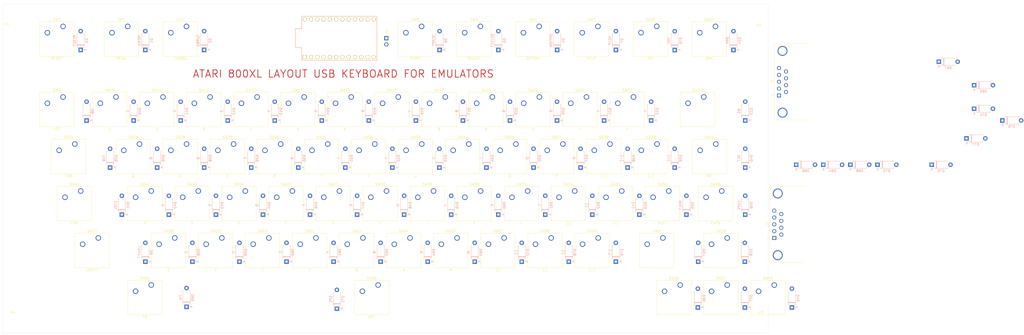
<source format=kicad_pcb>
(kicad_pcb (version 20211014) (generator pcbnew)
  (layers (0 "F.Cu" signal) (31 "B.Cu" signal) (34 "B.Paste" user) (35 "F.Paste" user) (36 "B.SilkS" user "B.Silkscreen") (37 "F.SilkS" user "F.Silkscreen") (38 "B.Mask" user) (39 "F.Mask" user) (44 "Edge.Cuts" user))
  (net 0 "")
  (net 1 "R1")
  (net 2 "R2")
  (net 3 "R3")
  (net 4 "R4")
  (net 5 "R5")
  (net 6 "R6")
  (net 7 "R7")
  (net 8 "R8")
  (net 9 "C8")
  (net 10 "C7")
  (net 11 "C6")
  (net 12 "C5")
  (net 13 "C4")
  (net 14 "C3")
  (net 15 "C2")
  (net 16 "C1")
  (net 17 "Net-(D1-Pad2)")
  (net 18 "Net-(D2-Pad2)")
  (net 19 "Net-(D3-Pad2)")
  (net 20 "Net-(D4-Pad2)")
  (net 21 "Net-(D5-Pad2)")
  (net 22 "Net-(D6-Pad2)")
  (net 23 "Net-(D7-Pad2)")
  (net 24 "Net-(D8-Pad2)")
  (net 25 "Net-(D9-Pad2)")
  (net 26 "Net-(D10-Pad2)")
  (net 27 "Net-(D11-Pad2)")
  (net 28 "Net-(D12-Pad2)")
  (net 29 "Net-(D13-Pad2)")
  (net 30 "Net-(D14-Pad2)")
  (net 31 "Net-(D15-Pad2)")
  (net 32 "Net-(D16-Pad2)")
  (net 33 "Net-(D17-Pad2)")
  (net 34 "Net-(D18-Pad2)")
  (net 35 "Net-(D19-Pad2)")
  (net 36 "Net-(D20-Pad2)")
  (net 37 "Net-(D21-Pad2)")
  (net 38 "Net-(D22-Pad2)")
  (net 39 "Net-(D23-Pad2)")
  (net 40 "Net-(D24-Pad2)")
  (net 41 "Net-(D25-Pad2)")
  (net 42 "Net-(D26-Pad2)")
  (net 43 "Net-(D27-Pad2)")
  (net 44 "Net-(D28-Pad2)")
  (net 45 "Net-(D29-Pad2)")
  (net 46 "Net-(D30-Pad2)")
  (net 47 "Net-(D31-Pad2)")
  (net 48 "Net-(D32-Pad2)")
  (net 49 "Net-(D33-Pad2)")
  (net 50 "Net-(D34-Pad2)")
  (net 51 "Net-(D35-Pad2)")
  (net 52 "Net-(D36-Pad2)")
  (net 53 "Net-(D37-Pad2)")
  (net 54 "Net-(D38-Pad2)")
  (net 55 "Net-(D39-Pad2)")
  (net 56 "Net-(D40-Pad2)")
  (net 57 "Net-(D41-Pad2)")
  (net 58 "Net-(D42-Pad2)")
  (net 59 "Net-(D43-Pad2)")
  (net 60 "Net-(D44-Pad2)")
  (net 61 "Net-(D45-Pad2)")
  (net 62 "Net-(D46-Pad2)")
  (net 63 "Net-(D47-Pad2)")
  (net 64 "Net-(D48-Pad2)")
  (net 65 "Net-(D49-Pad2)")
  (net 66 "Net-(D50-Pad2)")
  (net 67 "Net-(D51-Pad2)")
  (net 68 "Net-(D52-Pad2)")
  (net 69 "Net-(D53-Pad2)")
  (net 70 "Net-(D54-Pad2)")
  (net 71 "Net-(D55-Pad2)")
  (net 72 "Net-(D56-Pad2)")
  (net 73 "Net-(D58-Pad2)")
  (net 74 "Net-(D59-Pad2)")
  (net 75 "Net-(D60-Pad2)")
  (net 76 "Net-(D61-Pad2)")
  (net 77 "Net-(D62-Pad2)")
  (net 78 "Net-(D63-Pad2)")
  (net 79 "Net-(D57-Pad2)")
  (net 80 "/JS2_TRIGGER")
  (net 81 "/JS2_DOWN")
  (net 82 "/JS2_LEFT")
  (net 83 "/JS2_RIGHT")
  (net 84 "/JS1_UP")
  (net 85 "C9")
  (net 86 "/JS2_UP")
  (net 87 "/JS1_TRIGGER")
  (net 88 "/JS1_DOWN")
  (net 89 "/JS1_LEFT")
  (net 90 "/JS1_RIGHT")
  (net 91 "/JS2_APaddle")
  (net 92 "/JS_2+5")
  (net 93 "/JS2_BPaddle")
  (net 94 "/JS1_APaddle")
  (net 95 "/JS1_+5")
  (net 96 "/JS1_BPaddle")
  (net 97 "Net-(D69-Pad2)")
  (net 98 "Net-(D70-Pad2)")
  (net 99 "Net-(D71-Pad2)")
  (net 100 "Net-(D72-Pad2)")
  (net 101 "Net-(D78-Pad2)")
  (net 102 "Net-(D79-Pad2)")
  (net 103 "Net-(U1-Pad1)")
  (net 104 "Net-(U1-Pad2)")
  (net 105 "Net-(U1-Pad3)")
  (net 106 "Net-(U1-Pad4)")
  (net 107 "Net-(U1-Pad21)")
  (net 108 "Net-(U1-Pad22)")
  (net 109 "Net-(U1-Pad23)")
  (net 110 "Net-(U1-Pad24)")
  (net 111 "R9")
  (footprint "promicro:ProMicro" (layer "F.Cu") (at 114.24 4.76)
    (fp_text reference "U1" hide)
    (fp_text value "ProMicro")
    (pad "1" thru_hole rect locked (at -13.97 7.62) (size 1.6 1.6) (drill 1.1) (layers *.Cu *.Mask "F.SilkS") (net 103 "Net-(U1-Pad1)"))
    (pad "2" thru_hole circle locked (at -11.43 7.62) (size 1.6 1.6) (drill 1.1) (layers *.Cu *.Mask "F.SilkS") (net 104 "Net-(U1-Pad2)"))
    (pad "3" thru_hole circle locked (at -8.89 7.62) (size 1.6 1.6) (drill 1.1) (layers *.Cu *.Mask "F.SilkS") (net 105 "Net-(U1-Pad3)"))
    (pad "4" thru_hole circle locked (at -6.35 7.62) (size 1.6 1.6) (drill 1.1) (layers *.Cu *.Mask "F.SilkS") (net 106 "Net-(U1-Pad4)"))
    (pad "5" thru_hole circle locked (at -3.81 7.62) (size 1.6 1.6) (drill 1.1) (layers *.Cu *.Mask "F.SilkS") (net 1 "R1"))
    (pad "6" thru_hole circle locked (at -1.27 7.62) (size 1.6 1.6) (drill 1.1) (layers *.Cu *.Mask "F.SilkS") (net 2 "R2"))
    (pad "7" thru_hole circle locked (at 1.27 7.62) (size 1.6 1.6) (drill 1.1) (layers *.Cu *.Mask "F.SilkS") (net 3 "R3"))
    (pad "8" thru_hole circle locked (at 3.81 7.62) (size 1.6 1.6) (drill 1.1) (layers *.Cu *.Mask "F.SilkS") (net 4 "R4"))
    (pad "9" thru_hole circle locked (at 6.35 7.62) (size 1.6 1.6) (drill 1.1) (layers *.Cu *.Mask "F.SilkS") (net 5 "R5"))
    (pad "10" thru_hole circle locked (at 8.89 7.62) (size 1.6 1.6) (drill 1.1) (layers *.Cu *.Mask "F.SilkS") (net 6 "R6"))
    (pad "11" thru_hole circle locked (at 11.43 7.62) (size 1.6 1.6) (drill 1.1) (layers *.Cu *.Mask "F.SilkS") (net 7 "R7"))
    (pad "12" thru_hole circle locked (at 13.97 7.62) (size 1.6 1.6) (drill 1.1) (layers *.Cu *.Mask "F.SilkS") (net 8 "R8"))
    (pad "13" thru_hole circle locked (at 13.97 -7.62) (size 1.6 1.6) (drill 1.1) (layers *.Cu *.Mask "F.SilkS") (net 9 "C8"))
    (pad "14" thru_hole circle locked (at 11.43 -7.62) (size 1.6 1.6) (drill 1.1) (layers *.Cu *.Mask "F.SilkS") (net 10 "C7"))
    (pad "15" thru_hole circle locked (at 8.89 -7.62) (size 1.6 1.6) (drill 1.1) (layers *.Cu *.Mask "F.SilkS") (net 11 "C6"))
    (pad "16" thru_hole circle locked (at 6.35 -7.62) (size 1.6 1.6) (drill 1.1) (layers *.Cu *.Mask "F.SilkS") (net 12 "C5"))
    (pad "17" thru_hole circle locked (at 3.81 -7.62) (size 1.6 1.6) (drill 1.1) (layers *.Cu *.Mask "F.SilkS") (net 13 "C4"))
    (pad "18" thru_hole circle locked (at 1.27 -7.62) (size 1.6 1.6) (drill 1.1) (layers *.Cu *.Mask "F.SilkS") (net 14 "C3"))
    (pad "19" thru_hole circle locked (at -1.27 -7.62) (size 1.6 1.6) (drill 1.1) (layers *.Cu *.Mask "F.SilkS") (net 15 "C2"))
    (pad "20" thru_hole circle locked (at -3.81 -7.62) (size 1.6 1.6) (drill 1.1) (layers *.Cu *.Mask "F.SilkS") (net 16 "C1"))
    (pad "21" thru_hole circle locked (at -6.35 -7.62) (size 1.6 1.6) (drill 1.1) (layers *.Cu *.Mask "F.SilkS") (net 107 "Net-(U1-Pad21)"))
    (pad "22" thru_hole circle locked (at -8.89 -7.62) (size 1.6 1.6) (drill 1.1) (layers *.Cu *.Mask "F.SilkS") (net 108 "Net-(U1-Pad22)"))
    (pad "23" thru_hole circle locked (at -11.43 -7.62) (size 1.6 1.6) (drill 1.1) (layers *.Cu *.Mask "F.SilkS") (net 109 "Net-(U1-Pad23)"))
    (pad "24" thru_hole circle locked (at -13.97 -7.62) (size 1.6 1.6) (drill 1.1) (layers *.Cu *.Mask "F.SilkS") (net 110 "Net-(U1-Pad24)"))
  )
  (footprint "Button_Switch_Keyboard:SW_Cherry_MX_1.00u_PCB" (layer "F.Cu") (at 176.2125 28.575)
    (fp_text reference "SW19" (at -2.54 -2.794) (layer "F.SilkS"))
    (fp_text value "9" (at -2.54 12.954) (layer "F.SilkS"))
    (pad "" np_thru_hole circle locked (at -2.54 5.08) (size 4 4) (drill 4) (layers *.Cu *.Mask))
    (pad "" np_thru_hole circle locked (at -7.62 5.08) (size 1.7 1.7) (drill 1.7) (layers *.Cu *.Mask))
    (pad "" np_thru_hole circle locked (at 2.54 5.08) (size 1.7 1.7) (drill 1.7) (layers *.Cu *.Mask))
    (pad "1" thru_hole circle locked (at 0 0) (size 2.2 2.2) (drill 1.5) (layers *.Cu *.Mask) (net 35 "Net-(D19-Pad2)"))
    (pad "2" thru_hole circle locked (at -6.35 2.54) (size 2.2 2.2) (drill 1.5) (layers *.Cu *.Mask) (net 16 "C1"))
  )
  (footprint "Button_Switch_Keyboard:SW_Cherry_MX_1.00u_PCB" (layer "F.Cu") (at 52.3875 47.625)
    (fp_text reference "SW28" (at -2.54 -2.794) (layer "F.SilkS"))
    (fp_text value "W" (at -2.54 12.954) (layer "F.SilkS"))
    (pad "" np_thru_hole circle locked (at -7.62 5.08) (size 1.7 1.7) (drill 1.7) (layers *.Cu *.Mask))
    (pad "" np_thru_hole circle locked (at 2.54 5.08) (size 1.7 1.7) (drill 1.7) (layers *.Cu *.Mask))
    (pad "" np_thru_hole circle locked (at -2.54 5.08) (size 4 4) (drill 4) (layers *.Cu *.Mask))
    (pad "1" thru_hole circle locked (at 0 0) (size 2.2 2.2) (drill 1.5) (layers *.Cu *.Mask) (net 44 "Net-(D28-Pad2)"))
    (pad "2" thru_hole circle locked (at -6.35 2.54) (size 2.2 2.2) (drill 1.5) (layers *.Cu *.Mask) (net 16 "C1"))
  )
  (footprint "Button_Switch_Keyboard:SW_Cherry_MX_1.00u_PCB" (layer "F.Cu") (at 204.7875 47.625)
    (fp_text reference "SW37" (at -2.54 -2.794) (layer "F.SilkS"))
    (fp_text value "P" (at -2.54 12.954) (layer "F.SilkS"))
    (pad "" np_thru_hole circle locked (at 2.54 5.08) (size 1.7 1.7) (drill 1.7) (layers *.Cu *.Mask))
    (pad "" np_thru_hole circle locked (at -2.54 5.08) (size 4 4) (drill 4) (layers *.Cu *.Mask))
    (pad "" np_thru_hole circle locked (at -7.62 5.08) (size 1.7 1.7) (drill 1.7) (layers *.Cu *.Mask))
    (pad "1" thru_hole circle locked (at 0 0) (size 2.2 2.2) (drill 1.5) (layers *.Cu *.Mask) (net 53 "Net-(D37-Pad2)"))
    (pad "2" thru_hole circle locked (at -6.35 2.54) (size 2.2 2.2) (drill 1.5) (layers *.Cu *.Mask) (net 16 "C1"))
  )
  (footprint "Button_Switch_Keyboard:SW_Cherry_MX_1.00u_PCB" (layer "F.Cu") (at 95.25 66.65)
    (fp_text reference "SW46" (at -2.54 -2.794) (layer "F.SilkS"))
    (fp_text value "F" (at -2.54 12.954) (layer "F.SilkS"))
    (pad "" np_thru_hole circle locked (at -7.62 5.08) (size 1.7 1.7) (drill 1.7) (layers *.Cu *.Mask))
    (pad "" np_thru_hole circle locked (at 2.54 5.08) (size 1.7 1.7) (drill 1.7) (layers *.Cu *.Mask))
    (pad "" np_thru_hole circle locked (at -2.54 5.08) (size 4 4) (drill 4) (layers *.Cu *.Mask))
    (pad "1" thru_hole circle locked (at 0 0) (size 2.2 2.2) (drill 1.5) (layers *.Cu *.Mask) (net 62 "Net-(D46-Pad2)"))
    (pad "2" thru_hole circle locked (at -6.35 2.54) (size 2.2 2.2) (drill 1.5) (layers *.Cu *.Mask) (net 16 "C1"))
  )
  (footprint "Button_Switch_Keyboard:SW_Cherry_MX_1.00u_PCB" (layer "F.Cu") (at 247.65 66.65)
    (fp_text reference "SW55" (at -2.54 -2.794) (layer "F.SilkS"))
    (fp_text value "MULT" (at -2.54 12.954) (layer "F.SilkS"))
    (pad "" np_thru_hole circle locked (at -7.62 5.08) (size 1.7 1.7) (drill 1.7) (layers *.Cu *.Mask))
    (pad "" np_thru_hole circle locked (at 2.54 5.08) (size 1.7 1.7) (drill 1.7) (layers *.Cu *.Mask))
    (pad "" np_thru_hole circle locked (at -2.54 5.08) (size 4 4) (drill 4) (layers *.Cu *.Mask))
    (pad "1" thru_hole circle locked (at 0 0) (size 2.2 2.2) (drill 1.5) (layers *.Cu *.Mask) (net 71 "Net-(D55-Pad2)"))
    (pad "2" thru_hole circle locked (at -6.35 2.54) (size 2.2 2.2) (drill 1.5) (layers *.Cu *.Mask) (net 16 "C1"))
  )
  (footprint "Button_Switch_Keyboard:SW_Cherry_MX_1.00u_PCB" (layer "F.Cu") (at 142.875 85.65)
    (fp_text reference "SW54" (at -2.54 -2.794) (layer "F.SilkS"))
    (fp_text value "N" (at -2.54 12.954) (layer "F.SilkS"))
    (pad "" np_thru_hole circle locked (at -7.62 5.08) (size 1.7 1.7) (drill 1.7) (layers *.Cu *.Mask))
    (pad "" np_thru_hole circle locked (at -2.54 5.08) (size 4 4) (drill 4) (layers *.Cu *.Mask))
    (pad "" np_thru_hole circle locked (at 2.54 5.08) (size 1.7 1.7) (drill 1.7) (layers *.Cu *.Mask))
    (pad "1" thru_hole circle locked (at 0 0) (size 2.2 2.2) (drill 1.5) (layers *.Cu *.Mask) (net 70 "Net-(D54-Pad2)"))
    (pad "2" thru_hole circle locked (at -6.35 2.54) (size 2.2 2.2) (drill 1.5) (layers *.Cu *.Mask) (net 85 "C9"))
  )
  (footprint "Button_Switch_Keyboard:SW_Cherry_MX_1.00u_PCB" (layer "F.Cu") (at 52.36 0)
    (fp_text reference "SW2" (at -2.54 -2.794) (layer "F.SilkS"))
    (fp_text value "TURBO" (at -2.54 12.954) (layer "F.SilkS"))
    (pad "" np_thru_hole circle locked (at -2.54 5.08) (size 4 4) (drill 4) (layers *.Cu *.Mask))
    (pad "" np_thru_hole circle locked (at 2.54 5.08) (size 1.7 1.7) (drill 1.7) (layers *.Cu *.Mask))
    (pad "" np_thru_hole circle locked (at -7.62 5.08) (size 1.7 1.7) (drill 1.7) (layers *.Cu *.Mask))
    (pad "1" thru_hole circle locked (at 0 0) (size 2.2 2.2) (drill 1.5) (layers *.Cu *.Mask) (net 18 "Net-(D2-Pad2)"))
    (pad "2" thru_hole circle locked (at -6.35 2.54) (size 2.2 2.2) (drill 1.5) (layers *.Cu *.Mask) (net 15 "C2"))
  )
  (footprint "Button_Switch_Keyboard:SW_Cherry_MX_1.00u_PCB" (layer "F.Cu") (at 42.8625 28.575)
    (fp_text reference "SW11" (at -2.54 -2.794) (layer "F.SilkS"))
    (fp_text value "2" (at -2.54 12.954) (layer "F.SilkS"))
    (pad "" np_thru_hole circle locked (at -7.62 5.08) (size 1.7 1.7) (drill 1.7) (layers *.Cu *.Mask))
    (pad "" np_thru_hole circle locked (at 2.54 5.08) (size 1.7 1.7) (drill 1.7) (layers *.Cu *.Mask))
    (pad "" np_thru_hole circle locked (at -2.54 5.08) (size 4 4) (drill 4) (layers *.Cu *.Mask))
    (pad "1" thru_hole circle locked (at 0 0) (size 2.2 2.2) (drill 1.5) (layers *.Cu *.Mask) (net 27 "Net-(D11-Pad2)"))
    (pad "2" thru_hole circle locked (at -6.35 2.54) (size 2.2 2.2) (drill 1.5) (layers *.Cu *.Mask) (net 15 "C2"))
  )
  (footprint "Button_Switch_Keyboard:SW_Cherry_MX_1.00u_PCB" (layer "F.Cu") (at 195.2625 28.575)
    (fp_text reference "SW20" (at -2.54 -2.794) (layer "F.SilkS"))
    (fp_text value "0" (at -2.54 12.954) (layer "F.SilkS"))
    (pad "" np_thru_hole circle locked (at -7.62 5.08) (size 1.7 1.7) (drill 1.7) (layers *.Cu *.Mask))
    (pad "" np_thru_hole circle locked (at 2.54 5.08) (size 1.7 1.7) (drill 1.7) (layers *.Cu *.Mask))
    (pad "" np_thru_hole circle locked (at -2.54 5.08) (size 4 4) (drill 4) (layers *.Cu *.Mask))
    (pad "1" thru_hole circle locked (at 0 0) (size 2.2 2.2) (drill 1.5) (layers *.Cu *.Mask) (net 36 "Net-(D20-Pad2)"))
    (pad "2" thru_hole circle locked (at -6.35 2.54) (size 2.2 2.2) (drill 1.5) (layers *.Cu *.Mask) (net 15 "C2"))
  )
  (footprint "Button_Switch_Keyboard:SW_Cherry_MX_1.00u_PCB" (layer "F.Cu") (at 71.4375 47.625)
    (fp_text reference "SW29" (at -2.54 -2.794) (layer "F.SilkS"))
    (fp_text value "E" (at -2.54 12.954) (layer "F.SilkS"))
    (pad "" np_thru_hole circle locked (at 2.54 5.08) (size 1.7 1.7) (drill 1.7) (layers *.Cu *.Mask))
    (pad "" np_thru_hole circle locked (at -7.62 5.08) (size 1.7 1.7) (drill 1.7) (layers *.Cu *.Mask))
    (pad "" np_thru_hole circle locked (at -2.54 5.08) (size 4 4) (drill 4) (layers *.Cu *.Mask))
    (pad "1" thru_hole circle locked (at 0 0) (size 2.2 2.2) (drill 1.5) (layers *.Cu *.Mask) (net 45 "Net-(D29-Pad2)"))
    (pad "2" thru_hole circle locked (at -6.35 2.54) (size 2.2 2.2) (drill 1.5) (layers *.Cu *.Mask) (net 15 "C2"))
  )
  (footprint "Button_Switch_Keyboard:SW_Cherry_MX_1.00u_PCB" (layer "F.Cu") (at 223.8375 47.625)
    (fp_text reference "SW38" (at -2.54 -2.794) (layer "F.SilkS"))
    (fp_text value "[-]" (at -2.54 12.954) (layer "F.SilkS"))
    (pad "" np_thru_hole circle locked (at 2.54 5.08) (size 1.7 1.7) (drill 1.7) (layers *.Cu *.Mask))
    (pad "" np_thru_hole circle locked (at -7.62 5.08) (size 1.7 1.7) (drill 1.7) (layers *.Cu *.Mask))
    (pad "" np_thru_hole circle locked (at -2.54 5.08) (size 4 4) (drill 4) (layers *.Cu *.Mask))
    (pad "1" thru_hole circle locked (at 0 0) (size 2.2 2.2) (drill 1.5) (layers *.Cu *.Mask) (net 54 "Net-(D38-Pad2)"))
    (pad "2" thru_hole circle locked (at -6.35 2.54) (size 2.2 2.2) (drill 1.5) (layers *.Cu *.Mask) (net 15 "C2"))
  )
  (footprint "Button_Switch_Keyboard:SW_Cherry_MX_1.00u_PCB" (layer "F.Cu") (at 114.3 66.65)
    (fp_text reference "SW47" (at -2.54 -2.794) (layer "F.SilkS"))
    (fp_text value "G" (at -2.54 12.954) (layer "F.SilkS"))
    (pad "" np_thru_hole circle locked (at -7.62 5.08) (size 1.7 1.7) (drill 1.7) (layers *.Cu *.Mask))
    (pad "" np_thru_hole circle locked (at 2.54 5.08) (size 1.7 1.7) (drill 1.7) (layers *.Cu *.Mask))
    (pad "" np_thru_hole circle locked (at -2.54 5.08) (size 4 4) (drill 4) (layers *.Cu *.Mask))
    (pad "1" thru_hole circle locked (at 0 0) (size 2.2 2.2) (drill 1.5) (layers *.Cu *.Mask) (net 63 "Net-(D47-Pad2)"))
    (pad "2" thru_hole circle locked (at -6.35 2.54) (size 2.2 2.2) (drill 1.5) (layers *.Cu *.Mask) (net 15 "C2"))
  )
  (footprint "Button_Switch_Keyboard:SW_Cherry_MX_1.25u_PCB" (layer "F.Cu") (at 269.1 66.65)
    (fp_text reference "SW56" (at -2.54 -2.794) (layer "F.SilkS"))
    (fp_text value "CAPS" (at -2.54 12.954) (layer "F.SilkS"))
    (pad "" np_thru_hole circle locked (at -2.54 5.08) (size 4 4) (drill 4) (layers *.Cu *.Mask))
    (pad "" np_thru_hole circle locked (at 2.54 5.08) (size 1.7 1.7) (drill 1.7) (layers *.Cu *.Mask))
    (pad "" np_thru_hole circle locked (at -7.62 5.08) (size 1.7 1.7) (drill 1.7) (layers *.Cu *.Mask))
    (pad "1" thru_hole circle locked (at 0 0) (size 2.2 2.2) (drill 1.5) (layers *.Cu *.Mask) (net 72 "Net-(D56-Pad2)"))
    (pad "2" thru_hole circle locked (at -6.35 2.54) (size 2.2 2.2) (drill 1.5) (layers *.Cu *.Mask) (net 15 "C2"))
  )
  (footprint "Button_Switch_Keyboard:SW_Cherry_MX_1.00u_PCB" (layer "F.Cu") (at 161.925 85.65)
    (fp_text reference "SW63" (at -2.54 -2.794) (layer "F.SilkS"))
    (fp_text value "M" (at -2.54 12.954) (layer "F.SilkS"))
    (pad "" np_thru_hole circle locked (at 2.54 5.08) (size 1.7 1.7) (drill 1.7) (layers *.Cu *.Mask))
    (pad "" np_thru_hole circle locked (at -7.62 5.08) (size 1.7 1.7) (drill 1.7) (layers *.Cu *.Mask))
    (pad "" np_thru_hole circle locked (at -2.54 5.08) (size 4 4) (drill 4) (layers *.Cu *.Mask))
    (pad "1" thru_hole circle locked (at 0 0) (size 2.2 2.2) (drill 1.5) (layers *.Cu *.Mask) (net 78 "Net-(D63-Pad2)"))
    (pad "2" thru_hole circle locked (at -6.35 2.54) (size 2.2 2.2) (drill 1.5) (layers *.Cu *.Mask) (net 85 "C9"))
  )
  (footprint "Button_Switch_Keyboard:SW_Cherry_MX_1.00u_PCB" (layer "F.Cu") (at 2.38125 0)
    (fp_text reference "SW3" (at -2.54 -2.794) (layer "F.SilkS"))
    (fp_text value "RESET" (at -2.54 12.954) (layer "F.SilkS"))
    (pad "" np_thru_hole circle locked (at -2.54 5.08) (size 4 4) (drill 4) (layers *.Cu *.Mask))
    (pad "" np_thru_hole circle locked (at -7.62 5.08) (size 1.7 1.7) (drill 1.7) (layers *.Cu *.Mask))
    (pad "" np_thru_hole circle locked (at 2.54 5.08) (size 1.7 1.7) (drill 1.7) (layers *.Cu *.Mask))
    (pad "1" thru_hole circle locked (at 0 0) (size 2.2 2.2) (drill 1.5) (layers *.Cu *.Mask) (net 19 "Net-(D3-Pad2)"))
    (pad "2" thru_hole circle locked (at -6.35 2.54) (size 2.2 2.2) (drill 1.5) (layers *.Cu *.Mask) (net 14 "C3"))
  )
  (footprint "Button_Switch_Keyboard:SW_Cherry_MX_1.00u_PCB" (layer "F.Cu") (at 61.9125 28.575)
    (fp_text reference "SW12" (at -2.54 -2.794) (layer "F.SilkS"))
    (fp_text value "3" (at -2.54 12.954) (layer "F.SilkS"))
    (pad "" np_thru_hole circle locked (at -2.54 5.08) (size 4 4) (drill 4) (layers *.Cu *.Mask))
    (pad "" np_thru_hole circle locked (at 2.54 5.08) (size 1.7 1.7) (drill 1.7) (layers *.Cu *.Mask))
    (pad "" np_thru_hole circle locked (at -7.62 5.08) (size 1.7 1.7) (drill 1.7) (layers *.Cu *.Mask))
    (pad "1" thru_hole circle locked (at 0 0) (size 2.2 2.2) (drill 1.5) (layers *.Cu *.Mask) (net 28 "Net-(D12-Pad2)"))
    (pad "2" thru_hole circle locked (at -6.35 2.54) (size 2.2 2.2) (drill 1.5) (layers *.Cu *.Mask) (net 14 "C3"))
  )
  (footprint "Button_Switch_Keyboard:SW_Cherry_MX_1.00u_PCB" (layer "F.Cu") (at 214.3125 28.575)
    (fp_text reference "SW21" (at -2.54 -2.794) (layer "F.SilkS"))
    (fp_text value "<" (at -2.54 12.954) (layer "F.SilkS"))
    (pad "" np_thru_hole circle locked (at -7.62 5.08) (size 1.7 1.7) (drill 1.7) (layers *.Cu *.Mask))
    (pad "" np_thru_hole circle locked (at -2.54 5.08) (size 4 4) (drill 4) (layers *.Cu *.Mask))
    (pad "" np_thru_hole circle locked (at 2.54 5.08) (size 1.7 1.7) (drill 1.7) (layers *.Cu *.Mask))
    (pad "1" thru_hole circle locked (at 0 0) (size 2.2 2.2) (drill 1.5) (layers *.Cu *.Mask) (net 37 "Net-(D21-Pad2)"))
    (pad "2" thru_hole circle locked (at -6.35 2.54) (size 2.2 2.2) (drill 1.5) (layers *.Cu *.Mask) (net 14 "C3"))
  )
  (footprint "Button_Switch_Keyboard:SW_Cherry_MX_1.00u_PCB" (layer "F.Cu") (at 90.4875 47.625)
    (fp_text reference "SW30" (at -2.54 -2.794) (layer "F.SilkS"))
    (fp_text value "R" (at -2.54 12.954) (layer "F.SilkS"))
    (pad "" np_thru_hole circle locked (at -7.62 5.08) (size 1.7 1.7) (drill 1.7) (layers *.Cu *.Mask))
    (pad "" np_thru_hole circle locked (at -2.54 5.08) (size 4 4) (drill 4) (layers *.Cu *.Mask))
    (pad "" np_thru_hole circle locked (at 2.54 5.08) (size 1.7 1.7) (drill 1.7) (layers *.Cu *.Mask))
    (pad "1" thru_hole circle locked (at 0 0) (size 2.2 2.2) (drill 1.5) (layers *.Cu *.Mask) (net 46 "Net-(D30-Pad2)"))
    (pad "2" thru_hole circle locked (at -6.35 2.54) (size 2.2 2.2) (drill 1.5) (layers *.Cu *.Mask) (net 14 "C3"))
  )
  (footprint "Button_Switch_Keyboard:SW_Cherry_MX_1.00u_PCB" (layer "F.Cu") (at 242.8875 47.625)
    (fp_text reference "SW39" (at -2.54 -2.794) (layer "F.SilkS"))
    (fp_text value "[=]" (at -2.54 12.954) (layer "F.SilkS"))
    (pad "" np_thru_hole circle locked (at -7.62 5.08) (size 1.7 1.7) (drill 1.7) (layers *.Cu *.Mask))
    (pad "" np_thru_hole circle locked (at -2.54 5.08) (size 4 4) (drill 4) (layers *.Cu *.Mask))
    (pad "" np_thru_hole circle locked (at 2.54 5.08) (size 1.7 1.7) (drill 1.7) (layers *.Cu *.Mask))
    (pad "1" thru_hole circle locked (at 0 0) (size 2.2 2.2) (drill 1.5) (layers *.Cu *.Mask) (net 55 "Net-(D39-Pad2)"))
    (pad "2" thru_hole circle locked (at -6.35 2.54) (size 2.2 2.2) (drill 1.5) (layers *.Cu *.Mask) (net 14 "C3"))
  )
  (footprint "Button_Switch_Keyboard:SW_Cherry_MX_1.00u_PCB" (layer "F.Cu") (at 133.35 66.65)
    (fp_text reference "SW48" (at -2.54 -2.794) (layer "F.SilkS"))
    (fp_text value "H" (at -2.54 12.954) (layer "F.SilkS"))
    (pad "" np_thru_hole circle locked (at 2.54 5.08) (size 1.7 1.7) (drill 1.7) (layers *.Cu *.Mask))
    (pad "" np_thru_hole circle locked (at -7.62 5.08) (size 1.7 1.7) (drill 1.7) (layers *.Cu *.Mask))
    (pad "" np_thru_hole circle locked (at -2.54 5.08) (size 4 4) (drill 4) (layers *.Cu *.Mask))
    (pad "1" thru_hole circle locked (at 0 0) (size 2.2 2.2) (drill 1.5) (layers *.Cu *.Mask) (net 64 "Net-(D48-Pad2)"))
    (pad "2" thru_hole circle locked (at -6.35 2.54) (size 2.2 2.2) (drill 1.5) (layers *.Cu *.Mask) (net 14 "C3"))
  )
  (footprint "Button_Switch_Keyboard:SW_Cherry_MX_2.25u_PCB" (layer "F.Cu") (at 16.66875 85.65)
    (fp_text reference "SW57" (at -2.54 -2.794) (layer "F.SilkS"))
    (fp_text value "LSHIFT" (at -2.54 12.954) (layer "F.SilkS"))
    (pad "" np_thru_hole circle locked (at 9.36 13.32) (size 4 4) (drill 4) (layers *.Cu *.Mask))
    (pad "" np_thru_hole circle locked (at 2.54 5.08) (size 1.7 1.7) (drill 1.7) (layers *.Cu *.Mask))
    (pad "" np_thru_hole circle locked (at -14.44 -1.92) (size 3.05 3.05) (drill 3.05) (layers *.Cu *.Mask))
    (pad "" np_thru_hole circle locked (at -2.54 5.08) (size 4 4) (drill 4) (layers *.Cu *.Mask))
    (pad "" np_thru_hole circle locked (at -7.62 5.08) (size 1.7 1.7) (drill 1.7) (layers *.Cu *.Mask))
    (pad "" np_thru_hole circle locked (at -14.44 13.32) (size 4 4) (drill 4) (layers *.Cu *.Mask))
    (pad "" np_thru_hole circle locked (at 9.36 -1.92) (size 3.05 3.05) (drill 3.05) (layers *.Cu *.Mask))
    (pad "1" thru_hole circle locked (at 0 0) (size 2.2 2.2) (drill 1.5) (layers *.Cu *.Mask) (net 79 "Net-(D57-Pad2)"))
    (pad "2" thru_hole circle locked (at -6.35 2.54) (size 2.2 2.2) (drill 1.5) (layers *.Cu *.Mask) (net 14 "C3"))
  )
  (footprint "Button_Switch_Keyboard:SW_Cherry_MX_1.00u_PCB" (layer "F.Cu") (at 180.975 85.65)
    (fp_text reference "SW67" (at -2.54 -2.794) (layer "F.SilkS"))
    (fp_text value "[,]" (at -2.54 12.954) (layer "F.SilkS"))
    (pad "" np_thru_hole circle locked (at -7.62 5.08) (size 1.7 1.7) (drill 1.7) (layers *.Cu *.Mask))
    (pad "" np_thru_hole circle locked (at 2.54 5.08) (size 1.7 1.7) (drill 1.7) (layers *.Cu *.Mask))
    (pad "" np_thru_hole circle locked (at -2.54 5.08) (size 4 4) (drill 4) (layers *.Cu *.Mask))
    (pad "1" thru_hole circle locked (at 0 0) (size 2.2 2.2) (drill 1.5) (layers *.Cu *.Mask) (net 100 "Net-(D72-Pad2)"))
    (pad "2" thru_hole circle locked (at -6.35 2.54) (size 2.2 2.2) (drill 1.5) (layers *.Cu *.Mask) (net 85 "C9"))
  )
  (footprint "Button_Switch_Keyboard:SW_Cherry_MX_1.00u_PCB" (layer "F.Cu") (at 80.9625 28.575)
    (fp_text reference "SW13" (at -2.54 -2.794) (layer "F.SilkS"))
    (fp_text value "4" (at -2.54 12.954) (layer "F.SilkS"))
    (pad "" np_thru_hole circle locked (at 2.54 5.08) (size 1.7 1.7) (drill 1.7) (layers *.Cu *.Mask))
    (pad "" np_thru_hole circle locked (at -2.54 5.08) (size 4 4) (drill 4) (layers *.Cu *.Mask))
    (pad "" np_thru_hole circle locked (at -7.62 5.08) (size 1.7 1.7) (drill 1.7) (layers *.Cu *.Mask))
    (pad "1" thru_hole circle locked (at 0 0) (size 2.2 2.2) (drill 1.5) (layers *.Cu *.Mask) (net 29 "Net-(D13-Pad2)"))
    (pad "2" thru_hole circle locked (at -6.35 2.54) (size 2.2 2.2) (drill 1.5) (layers *.Cu *.Mask) (net 13 "C4"))
  )
  (footprint "Button_Switch_Keyboard:SW_Cherry_MX_1.00u_PCB" (layer "F.Cu") (at 233.3625 28.575)
    (fp_text reference "SW22" (at -2.54 -2.794) (layer "F.SilkS"))
    (fp_text value ">" (at -2.54 12.954) (layer "F.SilkS"))
    (pad "" np_thru_hole circle locked (at -7.62 5.08) (size 1.7 1.7) (drill 1.7) (layers *.Cu *.Mask))
    (pad "" np_thru_hole circle locked (at -2.54 5.08) (size 4 4) (drill 4) (layers *.Cu *.Mask))
    (pad "" np_thru_hole circle locked (at 2.54 5.08) (size 1.7 1.7) (drill 1.7) (layers *.Cu *.Mask))
    (pad "1" thru_hole circle locked (at 0 0) (size 2.2 2.2) (drill 1.5) (layers *.Cu *.Mask) (net 38 "Net-(D22-Pad2)"))
    (pad "2" thru_hole circle locked (at -6.35 2.54) (size 2.2 2.2) (drill 1.5) (layers *.Cu *.Mask) (net 13 "C4"))
  )
  (footprint "Button_Switch_Keyboard:SW_Cherry_MX_1.00u_PCB" (layer "F.Cu") (at 109.5375 47.625)
    (fp_text reference "SW31" (at -2.54 -2.794) (layer "F.SilkS"))
    (fp_text value "T" (at -2.54 12.954) (layer "F.SilkS"))
    (pad "" np_thru_hole circle locked (at -2.54 5.08) (size 4 4) (drill 4) (layers *.Cu *.Mask))
    (pad "" np_thru_hole circle locked (at 2.54 5.08) (size 1.7 1.7) (drill 1.7) (layers *.Cu *.Mask))
    (pad "" np_thru_hole circle locked (at -7.62 5.08) (size 1.7 1.7) (drill 1.7) (layers *.Cu *.Mask))
    (pad "1" thru_hole circle locked (at 0 0) (size 2.2 2.2) (drill 1.5) (layers *.Cu *.Mask) (net 47 "Net-(D31-Pad2)"))
    (pad "2" thru_hole circle locked (at -6.35 2.54) (size 2.2 2.2) (drill 1.5) (layers *.Cu *.Mask) (net 13 "C4"))
  )
  (footprint "Button_Switch_Keyboard:SW_Cherry_MX_1.50u_PCB" (layer "F.Cu") (at 266.7 47.625)
    (fp_text reference "SW40" (at -2.54 -2.794) (layer "F.SilkS"))
    (fp_text value "RET" (at -2.54 12.954) (layer "F.SilkS"))
    (pad "" np_thru_hole circle locked (at 2.54 5.08) (size 1.7 1.7) (drill 1.7) (layers *.Cu *.Mask))
    (pad "" np_thru_hole circle locked (at -7.62 5.08) (size 1.7 1.7) (drill 1.7) (layers *.Cu *.Mask))
    (pad "" np_thru_hole circle locked (at -2.54 5.08) (size 4 4) (drill 4) (layers *.Cu *.Mask))
    (pad "1" thru_hole circle locked (at 0 0) (size 2.2 2.2) (drill 1.5) (layers *.Cu *.Mask) (net 56 "Net-(D40-Pad2)"))
    (pad "2" thru_hole circle locked (at -6.35 2.54) (size 2.2 2.2) (drill 1.5) (layers *.Cu *.Mask) (net 13 "C4"))
  )
  (footprint "Button_Switch_Keyboard:SW_Cherry_MX_1.00u_PCB" (layer "F.Cu") (at 152.4 66.65)
    (fp_text reference "SW49" (at -2.54 -2.794) (layer "F.SilkS"))
    (fp_text value "J" (at -2.54 12.954) (layer "F.SilkS"))
    (pad "" np_thru_hole circle locked (at 2.54 5.08) (size 1.7 1.7) (drill 1.7) (layers *.Cu *.Mask))
    (pad "" np_thru_hole circle locked (at -7.62 5.08) (size 1.7 1.7) (drill 1.7) (layers *.Cu *.Mask))
    (pad "" np_thru_hole circle locked (at -2.54 5.08) (size 4 4) (drill 4) (layers *.Cu *.Mask))
    (pad "1" thru_hole circle locked (at 0 0) (size 2.2 2.2) (drill 1.5) (layers *.Cu *.Mask) (net 65 "Net-(D49-Pad2)"))
    (pad "2" thru_hole circle locked (at -6.35 2.54) (size 2.2 2.2) (drill 1.5) (layers *.Cu *.Mask) (net 13 "C4"))
  )
  (footprint "Button_Switch_Keyboard:SW_Cherry_MX_1.00u_PCB" (layer "F.Cu") (at 47.625 85.65)
    (fp_text reference "SW58" (at -2.54 -2.794) (layer "F.SilkS"))
    (fp_text value "Z" (at -2.54 12.954) (layer "F.SilkS"))
    (pad "" np_thru_hole circle locked (at 2.54 5.08) (size 1.7 1.7) (drill 1.7) (layers *.Cu *.Mask))
    (pad "" np_thru_hole circle locked (at -2.54 5.08) (size 4 4) (drill 4) (layers *.Cu *.Mask))
    (pad "" np_thru_hole circle locked (at -7.62 5.08) (size 1.7 1.7) (drill 1.7) (layers *.Cu *.Mask))
    (pad "1" thru_hole circle locked (at 0 0) (size 2.2 2.2) (drill 1.5) (layers *.Cu *.Mask) (net 73 "Net-(D58-Pad2)"))
    (pad "2" thru_hole circle locked (at -6.35 2.54) (size 2.2 2.2) (drill 1.5) (layers *.Cu *.Mask) (net 13 "C4"))
  )
  (footprint "Button_Switch_Keyboard:SW_Cherry_MX_1.00u_PCB" (layer "F.Cu") (at 200.025 85.65)
    (fp_text reference "SW68" (at -2.54 -2.794) (layer "F.SilkS"))
    (fp_text value "[.]" (at -2.54 12.954) (layer "F.SilkS"))
    (pad "" np_thru_hole circle locked (at 2.54 5.08) (size 1.7 1.7) (drill 1.7) (layers *.Cu *.Mask))
    (pad "" np_thru_hole circle locked (at -7.62 5.08) (size 1.7 1.7) (drill 1.7) (layers *.Cu *.Mask))
    (pad "" np_thru_hole circle locked (at -2.54 5.08) (size 4 4) (drill 4) (layers *.Cu *.Mask))
    (pad "1" thru_hole circle locked (at 0 0) (size 2.2 2.2) (drill 1.5) (layers *.Cu *.Mask) (net 101 "Net-(D78-Pad2)"))
    (pad "2" thru_hole circle locked (at -6.35 2.54) (size 2.2 2.2) (drill 1.5) (layers *.Cu *.Mask) (net 11 "C6"))
  )
  (footprint "Button_Switch_Keyboard:SW_Cherry_MX_1.00u_PCB" (layer "F.Cu") (at 100.0125 28.575)
    (fp_text reference "SW14" (at -2.54 -2.794) (layer "F.SilkS"))
    (fp_text value "5" (at -2.54 12.954) (layer "F.SilkS"))
    (pad "" np_thru_hole circle locked (at 2.54 5.08) (size 1.7 1.7) (drill 1.7) (layers *.Cu *.Mask))
    (pad "" np_thru_hole circle locked (at -7.62 5.08) (size 1.7 1.7) (drill 1.7) (layers *.Cu *.Mask))
    (pad "" np_thru_hole circle locked (at -2.54 5.08) (size 4 4) (drill 4) (layers *.Cu *.Mask))
    (pad "1" thru_hole circle locked (at 0 0) (size 2.2 2.2) (drill 1.5) (layers *.Cu *.Mask) (net 30 "Net-(D14-Pad2)"))
    (pad "2" thru_hole circle locked (at -6.35 2.54) (size 2.2 2.2) (drill 1.5) (layers *.Cu *.Mask) (net 12 "C5"))
  )
  (footprint "Button_Switch_Keyboard:SW_Cherry_MX_1.00u_PCB" (layer "F.Cu") (at 128.5875 47.625)
    (fp_text reference "SW32" (at -2.54 -2.794) (layer "F.SilkS"))
    (fp_text value "Y" (at -2.54 12.954) (layer "F.SilkS"))
    (pad "" np_thru_hole circle locked (at 2.54 5.08) (size 1.7 1.7) (drill 1.7) (layers *.Cu *.Mask))
    (pad "" np_thru_hole circle locked (at -7.62 5.08) (size 1.7 1.7) (drill 1.7) (layers *.Cu *.Mask))
    (pad "" np_thru_hole circle locked (at -2.54 5.08) (size 4 4) (drill 4) (layers *.Cu *.Mask))
    (pad "1" thru_hole circle locked (at 0 0) (size 2.2 2.2) (drill 1.5) (layers *.Cu *.Mask) (net 48 "Net-(D32-Pad2)"))
    (pad "2" thru_hole circle locked (at -6.35 2.54) (size 2.2 2.2) (drill 1.5) (layers *.Cu *.Mask) (net 12 "C5"))
  )
  (footprint "Button_Switch_Keyboard:SW_Cherry_MX_2.00u_PCB" (layer "F.Cu") (at 9.525 66.65)
    (fp_text reference "SW41" (at -2.54 -2.794) (layer "F.SilkS"))
    (fp_text value "CTRL" (at -2.54 12.954) (layer "F.SilkS"))
    (pad "" np_thru_hole circle locked (at 9.36 13.32) (size 4 4) (drill 4) (layers *.Cu *.Mask))
    (pad "" np_thru_hole circle locked (at -14.44 13.32) (size 4 4) (drill 4) (layers *.Cu *.Mask))
    (pad "" np_thru_hole circle locked (at 2.54 5.08) (size 1.7 1.7) (drill 1.7) (layers *.Cu *.Mask))
    (pad "" np_thru_hole circle locked (at -7.62 5.08) (size 1.7 1.7) (drill 1.7) (layers *.Cu *.Mask))
    (pad "" np_thru_hole circle locked (at -14.44 -1.92) (size 3.05 3.05) (drill 3.05) (layers *.Cu *.Mask))
    (pad "" np_thru_hole circle locked (at 9.36 -1.92) (size 3.05 3.05) (drill 3.05) (layers *.Cu *.Mask))
    (pad "" np_thru_hole circle locked (at -2.54 5.08) (size 4 4) (drill 4) (layers *.Cu *.Mask))
    (pad "1" thru_hole circle locked (at 0 0) (size 2.2 2.2) (drill 1.5) (layers *.Cu *.Mask) (net 57 "Net-(D41-Pad2)"))
    (pad "2" thru_hole circle locked (at -6.35 2.54) (size 2.2 2.2) (drill 1.5) (layers *.Cu *.Mask) (net 12 "C5"))
  )
  (footprint "Button_Switch_Keyboard:SW_Cherry_MX_1.00u_PCB" (layer "F.Cu") (at 171.45 66.65)
    (fp_text reference "SW50" (at -2.54 -2.794) (layer "F.SilkS"))
    (fp_text value "K" (at -2.54 12.954) (layer "F.SilkS"))
    (pad "" np_thru_hole circle locked (at 2.54 5.08) (size 1.7 1.7) (drill 1.7) (layers *.Cu *.Mask))
    (pad "" np_thru_hole circle locked (at -2.54 5.08) (size 4 4) (drill 4) (layers *.Cu *.Mask))
    (pad "" np_thru_hole circle locked (at -7.62 5.08) (size 1.7 1.7) (drill 1.7) (layers *.Cu *.Mask))
    (pad "1" thru_hole circle locked (at 0 0) (size 2.2 2.2) (drill 1.5) (layers *.Cu *.Mask) (net 66 "Net-(D50-Pad2)"))
    (pad "2" thru_hole circle locked (at -6.35 2.54) (size 2.2 2.2) (drill 1.5) (layers *.Cu *.Mask) (net 12 "C5"))
  )
  (footprint "Button_Switch_Keyboard:SW_Cherry_MX_1.00u_PCB" (layer "F.Cu") (at 66.675 85.65)
    (fp_text reference "SW59" (at -2.54 -2.794) (layer "F.SilkS"))
    (fp_text value "X" (at -2.54 12.954) (layer "F.SilkS"))
    (pad "" np_thru_hole circle locked (at 2.54 5.08) (size 1.7 1.7) (drill 1.7) (layers *.Cu *.Mask))
    (pad "" np_thru_hole circle locked (at -2.54 5.08) (size 4 4) (drill 4) (layers *.Cu *.Mask))
    (pad "" np_thru_hole circle locked (at -7.62 5.08) (size 1.7 1.7) (drill 1.7) (layers *.Cu *.Mask))
    (pad "1" thru_hole circle locked (at 0 0) (size 2.2 2.2) (drill 1.5) (layers *.Cu *.Mask) (net 74 "Net-(D59-Pad2)"))
    (pad "2" thru_hole circle locked (at -6.35 2.54) (size 2.2 2.2) (drill 1.5) (layers *.Cu *.Mask) (net 12 "C5"))
  )
  (footprint "Button_Switch_Keyboard:SW_Cherry_MX_1.00u_PCB" (layer "F.Cu") (at 219.075 85.65)
    (fp_text reference "SW69" (at -2.54 -2.794) (layer "F.SilkS"))
    (fp_text value "[/]" (at -2.54 12.954) (layer "F.SilkS"))
    (pad "" np_thru_hole circle locked (at 2.54 5.08) (size 1.7 1.7) (drill 1.7) (layers *.Cu *.Mask))
    (pad "" np_thru_hole circle locked (at -7.62 5.08) (size 1.7 1.7) (drill 1.7) (layers *.Cu *.Mask))
    (pad "" np_thru_hole circle locked (at -2.54 5.08) (size 4 4) (drill 4) (layers *.Cu *.Mask))
    (pad "1" thru_hole circle locked (at 0 0) (size 2.2 2.2) (drill 1.5) (layers *.Cu *.Mask) (net 102 "Net-(D79-Pad2)"))
    (pad "2" thru_hole circle locked (at -6.35 2.54) (size 2.2 2.2) (drill 1.5) (layers *.Cu *.Mask) (net 10 "C7"))
  )
  (footprint "Button_Switch_Keyboard:SW_Cherry_MX_1.00u_PCB" (layer "F.Cu") (at 119.0625 28.575)
    (fp_text reference "SW15" (at -2.54 -2.794) (layer "F.SilkS"))
    (fp_text value "6" (at -2.54 12.954) (layer "F.SilkS"))
    (pad "" np_thru_hole circle locked (at -7.62 5.08) (size 1.7 1.7) (drill 1.7) (layers *.Cu *.Mask))
    (pad "" np_thru_hole circle locked (at -2.54 5.08) (size 4 4) (drill 4) (layers *.Cu *.Mask))
    (pad "" np_thru_hole circle locked (at 2.54 5.08) (size 1.7 1.7) (drill 1.7) (layers *.Cu *.Mask))
    (pad "1" thru_hole circle locked (at 0 0) (size 2.2 2.2) (drill 1.5) (layers *.Cu *.Mask) (net 31 "Net-(D15-Pad2)"))
    (pad "2" thru_hole circle locked (at -6.35 2.54) (size 2.2 2.2) (drill 1.5) (layers *.Cu *.Mask) (net 11 "C6"))
  )
  (footprint "Button_Switch_Keyboard:SW_Cherry_MX_1.00u_PCB" (layer "F.Cu") (at 147.6375 47.625)
    (fp_text reference "SW33" (at -2.54 -2.794) (layer "F.SilkS"))
    (fp_text value "U" (at -2.54 12.954) (layer "F.SilkS"))
    (pad "" np_thru_hole circle locked (at -7.62 5.08) (size 1.7 1.7) (drill 1.7) (layers *.Cu *.Mask))
    (pad "" np_thru_hole circle locked (at 2.54 5.08) (size 1.7 1.7) (drill 1.7) (layers *.Cu *.Mask))
    (pad "" np_thru_hole circle locked (at -2.54 5.08) (size 4 4) (drill 4) (layers *.Cu *.Mask))
    (pad "1" thru_hole circle locked (at 0 0) (size 2.2 2.2) (drill 1.5) (layers *.Cu *.Mask) (net 49 "Net-(D33-Pad2)"))
    (pad "2" thru_hole circle locked (at -6.35 2.54) (size 2.2 2.2) (drill 1.5) (layers *.Cu *.Mask) (net 11 "C6"))
  )
  (footprint "Button_Switch_Keyboard:SW_Cherry_MX_1.00u_PCB" (layer "F.Cu") (at 38.1 66.65)
    (fp_text reference "SW42" (at -2.54 -2.794) (layer "F.SilkS"))
    (fp_text value "A" (at -2.54 12.954) (layer "F.SilkS"))
    (pad "" np_thru_hole circle locked (at -2.54 5.08) (size 4 4) (drill 4) (layers *.Cu *.Mask))
    (pad "" np_thru_hole circle locked (at -7.62 5.08) (size 1.7 1.7) (drill 1.7) (layers *.Cu *.Mask))
    (pad "" np_thru_hole circle locked (at 2.54 5.08) (size 1.7 1.7) (drill 1.7) (layers *.Cu *.Mask))
    (pad "1" thru_hole circle locked (at 0 0) (size 2.2 2.2) (drill 1.5) (layers *.Cu *.Mask) (net 58 "Net-(D42-Pad2)"))
    (pad "2" thru_hole circle locked (at -6.35 2.54) (size 2.2 2.2) (drill 1.5) (layers *.Cu *.Mask) (net 11 "C6"))
  )
  (footprint "Button_Switch_Keyboard:SW_Cherry_MX_1.00u_PCB" (layer "F.Cu") (at 190.5 66.65)
    (fp_text reference "SW51" (at -2.54 -2.794) (layer "F.SilkS"))
    (fp_text value "L" (at -2.54 12.954) (layer "F.SilkS"))
    (pad "" np_thru_hole circle locked (at 2.54 5.08) (size 1.7 1.7) (drill 1.7) (layers *.Cu *.Mask))
    (pad "" np_thru_hole circle locked (at -2.54 5.08) (size 4 4) (drill 4) (layers *.Cu *.Mask))
    (pad "" np_thru_hole circle locked (at -7.62 5.08) (size 1.7 1.7) (drill 1.7) (layers *.Cu *.Mask))
    (pad "1" thru_hole circle locked (at 0 0) (size 2.2 2.2) (drill 1.5) (layers *.Cu *.Mask) (net 67 "Net-(D51-Pad2)"))
    (pad "2" thru_hole circle locked (at -6.35 2.54) (size 2.2 2.2) (drill 1.5) (layers *.Cu *.Mask) (net 11 "C6"))
  )
  (footprint "Button_Switch_Keyboard:SW_Cherry_MX_1.00u_PCB" (layer "F.Cu") (at 85.725 85.65)
    (fp_text reference "SW60" (at -2.54 -2.794) (layer "F.SilkS"))
    (fp_text value "C" (at -2.54 12.954) (layer "F.SilkS"))
    (pad "" np_thru_hole circle locked (at -2.54 5.08) (size 4 4) (drill 4) (layers *.Cu *.Mask))
    (pad "" np_thru_hole circle locked (at -7.62 5.08) (size 1.7 1.7) (drill 1.7) (layers *.Cu *.Mask))
    (pad "" np_thru_hole circle locked (at 2.54 5.08) (size 1.7 1.7) (drill 1.7) (layers *.Cu *.Mask))
    (pad "1" thru_hole circle locked (at 0 0) (size 2.2 2.2) (drill 1.5) (layers *.Cu *.Mask) (net 75 "Net-(D60-Pad2)"))
    (pad "2" thru_hole circle locked (at -6.35 2.54) (size 2.2 2.2) (drill 1.5) (layers *.Cu *.Mask) (net 11 "C6"))
  )
  (footprint "Button_Switch_Keyboard:SW_Cherry_MX_1.00u_PCB" (layer "F.Cu") (at 138.1125 28.575)
    (fp_text reference "SW16" (at -2.54 -2.794) (layer "F.SilkS"))
    (fp_text value "7" (at -2.54 12.954) (layer "F.SilkS"))
    (pad "" np_thru_hole circle locked (at -7.62 5.08) (size 1.7 1.7) (drill 1.7) (layers *.Cu *.Mask))
    (pad "" np_thru_hole circle locked (at 2.54 5.08) (size 1.7 1.7) (drill 1.7) (layers *.Cu *.Mask))
    (pad "" np_thru_hole circle locked (at -2.54 5.08) (size 4 4) (drill 4) (layers *.Cu *.Mask))
    (pad "1" thru_hole circle locked (at 0 0) (size 2.2 2.2) (drill 1.5) (layers *.Cu *.Mask) (net 32 "Net-(D16-Pad2)"))
    (pad "2" thru_hole circle locked (at -6.35 2.54) (size 2.2 2.2) (drill 1.5) (layers *.Cu *.Mask) (net 10 "C7"))
  )
  (footprint "Button_Switch_Keyboard:SW_Cherry_MX_1.75u_PCB" (layer "F.Cu") (at 7.14375 47.625)
    (fp_text reference "SW25" (at -2.54 -2.794) (layer "F.SilkS"))
    (fp_text value "TAB" (at -2.54 12.954) (layer "F.SilkS"))
    (pad "" np_thru_hole circle locked (at -7.62 5.08) (size 1.7 1.7) (drill 1.7) (layers *.Cu *.Mask))
    (pad "" np_thru_hole circle locked (at 2.54 5.08) (size 1.7 1.7) (drill 1.7) (layers *.Cu *.Mask))
    (pad "" np_thru_hole circle locked (at -2.54 5.08) (size 4 4) (drill 4) (layers *.Cu *.Mask))
    (pad "1" thru_hole circle locked (at 0 0) (size 2.2 2.2) (drill 1.5) (layers *.Cu *.Mask) (net 41 "Net-(D25-Pad2)"))
    (pad "2" thru_hole circle locked (at -6.35 2.54) (size 2.2 2.2) (drill 1.5) (layers *.Cu *.Mask) (net 10 "C7"))
  )
  (footprint "Button_Switch_Keyboard:SW_Cherry_MX_1.00u_PCB" (layer "F.Cu") (at 166.6875 47.625)
    (fp_text reference "SW34" (at -2.54 -2.794) (layer "F.SilkS"))
    (fp_text value "I" (at -2.54 12.954) (layer "F.SilkS"))
    (pad "" np_thru_hole circle locked (at 2.54 5.08) (size 1.7 1.7) (drill 1.7) (layers *.Cu *.Mask))
    (pad "" np_thru_hole circle locked (at -2.54 5.08) (size 4 4) (drill 4) (layers *.Cu *.Mask))
    (pad "" np_thru_hole circle locked (at -7.62 5.08) (size 1.7 1.7) (drill 1.7) (layers *.Cu *.Mask))
    (pad "1" thru_hole circle locked (at 0 0) (size 2.2 2.2) (drill 1.5) (layers *.Cu *.Mask) (net 50 "Net-(D34-Pad2)"))
    (pad "2" thru_hole circle locked (at -6.35 2.54) (size 2.2 2.2) (drill 1.5) (layers *.Cu *.Mask) (net 10 "C7"))
  )
  (footprint "Button_Switch_Keyboard:SW_Cherry_MX_1.00u_PCB" (layer "F.Cu") (at 57.15 66.65)
    (fp_text reference "SW43" (at -2.54 -2.794) (layer "F.SilkS"))
    (fp_text value "S" (at -2.54 12.954) (layer "F.SilkS"))
    (pad "" np_thru_hole circle locked (at -2.54 5.08) (size 4 4) (drill 4) (layers *.Cu *.Mask))
    (pad "" np_thru_hole circle locked (at 2.54 5.08) (size 1.7 1.7) (drill 1.7) (layers *.Cu *.Mask))
    (pad "" np_thru_hole circle locked (at -7.62 5.08) (size 1.7 1.7) (drill 1.7) (layers *.Cu *.Mask))
    (pad "1" thru_hole circle locked (at 0 0) (size 2.2 2.2) (drill 1.5) (layers *.Cu *.Mask) (net 59 "Net-(D43-Pad2)"))
    (pad "2" thru_hole circle locked (at -6.35 2.54) (size 2.2 2.2) (drill 1.5) (layers *.Cu *.Mask) (net 10 "C7"))
  )
  (footprint "Button_Switch_Keyboard:SW_Cherry_MX_1.00u_PCB" (layer "F.Cu") (at 209.55 66.65)
    (fp_text reference "SW52" (at -2.54 -2.794) (layer "F.SilkS"))
    (fp_text value "[;]" (at -2.54 12.954) (layer "F.SilkS"))
    (pad "" np_thru_hole circle locked (at -2.54 5.08) (size 4 4) (drill 4) (layers *.Cu *.Mask))
    (pad "" np_thru_hole circle locked (at 2.54 5.08) (size 1.7 1.7) (drill 1.7) (layers *.Cu *.Mask))
    (pad "" np_thru_hole circle locked (at -7.62 5.08) (size 1.7 1.7) (drill 1.7) (layers *.Cu *.Mask))
    (pad "1" thru_hole circle locked (at 0 0) (size 2.2 2.2) (drill 1.5) (layers *.Cu *.Mask) (net 68 "Net-(D52-Pad2)"))
    (pad "2" thru_hole circle locked (at -6.35 2.54) (size 2.2 2.2) (drill 1.5) (layers *.Cu *.Mask) (net 10 "C7"))
  )
  (footprint "Button_Switch_Keyboard:SW_Cherry_MX_1.00u_PCB" (layer "F.Cu") (at 104.775 85.65)
    (fp_text reference "SW61" (at -2.54 -2.794) (layer "F.SilkS"))
    (fp_text value "V" (at -2.54 12.954) (layer "F.SilkS"))
    (pad "" np_thru_hole circle locked (at -2.54 5.08) (size 4 4) (drill 4) (layers *.Cu *.Mask))
    (pad "" np_thru_hole circle locked (at -7.62 5.08) (size 1.7 1.7) (drill 1.7) (layers *.Cu *.Mask))
    (pad "" np_thru_hole circle locked (at 2.54 5.08) (size 1.7 1.7) (drill 1.7) (layers *.Cu *.Mask))
    (pad "1" thru_hole circle locked (at 0 0) (size 2.2 2.2) (drill 1.5) (layers *.Cu *.Mask) (net 76 "Net-(D61-Pad2)"))
    (pad "2" thru_hole circle locked (at -6.35 2.54) (size 2.2 2.2) (drill 1.5) (layers *.Cu *.Mask) (net 10 "C7"))
  )
  (footprint "Button_Switch_Keyboard:SW_Cherry_MX_1.00u_PCB" (layer "F.Cu") (at 242.76 -0.03)
    (fp_text reference "SW65" (at -2.54 -2.794) (layer "F.SilkS"))
    (fp_text value "INV" (at -2.54 12.954) (layer "F.SilkS"))
    (pad "" np_thru_hole circle locked (at -7.62 5.08) (size 1.7 1.7) (drill 1.7) (layers *.Cu *.Mask))
    (pad "" np_thru_hole circle locked (at 2.54 5.08) (size 1.7 1.7) (drill 1.7) (layers *.Cu *.Mask))
    (pad "" np_thru_hole circle locked (at -2.54 5.08) (size 4 4) (drill 4) (layers *.Cu *.Mask))
    (pad "1" thru_hole circle locked (at 0 0) (size 2.2 2.2) (drill 1.5) (layers *.Cu *.Mask) (net 98 "Net-(D70-Pad2)"))
    (pad "2" thru_hole circle locked (at -6.35 2.54) (size 2.2 2.2) (drill 1.5) (layers *.Cu *.Mask) (net 10 "C7"))
  )
  (footprint "Button_Switch_Keyboard:SW_Cherry_MX_1.00u_PCB" (layer "F.Cu") (at 157.1625 28.575)
    (fp_text reference "SW17" (at -2.54 -2.794) (layer "F.SilkS"))
    (fp_text value "8" (at -2.54 12.954) (layer "F.SilkS"))
    (pad "" np_thru_hole circle locked (at 2.54 5.08) (size 1.7 1.7) (drill 1.7) (layers *.Cu *.Mask))
    (pad "" np_thru_hole circle locked (at -7.62 5.08) (size 1.7 1.7) (drill 1.7) (layers *.Cu *.Mask))
    (pad "" np_thru_hole circle locked (at -2.54 5.08) (size 4 4) (drill 4) (layers *.Cu *.Mask))
    (pad "1" thru_hole circle locked (at 0 0) (size 2.2 2.2) (drill 1.5) (layers *.Cu *.Mask) (net 33 "Net-(D17-Pad2)"))
    (pad "2" thru_hole circle locked (at -6.35 2.54) (size 2.2 2.2) (drill 1.5) (layers *.Cu *.Mask) (net 9 "C8"))
  )
  (footprint "Button_Switch_Keyboard:SW_Cherry_MX_1.00u_PCB" (layer "F.Cu") (at 33.3375 47.625)
    (fp_text reference "SW26" (at -2.54 -2.794) (layer "F.SilkS"))
    (fp_text value "Q" (at -2.54 12.954) (layer "F.SilkS"))
    (pad "" np_thru_hole circle locked (at -7.62 5.08) (size 1.7 1.7) (drill 1.7) (layers *.Cu *.Mask))
    (pad "" np_thru_hole circle locked (at -2.54 5.08) (size 4 4) (drill 4) (layers *.Cu *.Mask))
    (pad "" np_thru_hole circle locked (at 2.54 5.08) (size 1.7 1.7) (drill 1.7) (layers *.Cu *.Mask))
    (pad "1" thru_hole circle locked (at 0 0) (size 2.2 2.2) (drill 1.5) (layers *.Cu *.Mask) (net 42 "Net-(D26-Pad2)"))
    (pad "2" thru_hole circle locked (at -6.35 2.54) (size 2.2 2.2) (drill 1.5) (layers *.Cu *.Mask) (net 9 "C8"))
  )
  (footprint "Button_Switch_Keyboard:SW_Cherry_MX_1.00u_PCB" (layer "F.Cu") (at 185.737 47.625)
    (fp_text reference "SW35" (at -2.54 -2.794) (layer "F.SilkS"))
    (fp_text value "O" (at -2.54 12.954) (layer "F.SilkS"))
    (pad "" np_thru_hole circle locked (at 2.54 5.08) (size 1.7 1.7) (drill 1.7) (layers *.Cu *.Mask))
    (pad "" np_thru_hole circle locked (at -7.62 5.08) (size 1.7 1.7) (drill 1.7) (layers *.Cu *.Mask))
    (pad "" np_thru_hole circle locked (at -2.54 5.08) (size 4 4) (drill 4) (layers *.Cu *.Mask))
    (pad "1" thru_hole circle locked (at 0 0) (size 2.2 2.2) (drill 1.5) (layers *.Cu *.Mask) (net 51 "Net-(D35-Pad2)"))
    (pad "2" thru_hole circle locked (at -6.35 2.54) (size 2.2 2.2) (drill 1.5) (layers *.Cu *.Mask) (net 9 "C8"))
  )
  (footprint "Button_Switch_Keyboard:SW_Cherry_MX_1.00u_PCB" (layer "F.Cu") (at 76.2 66.65)
    (fp_text reference "SW44" (at -2.54 -2.794) (layer "F.SilkS"))
    (fp_text value "D" (at -2.54 12.954) (layer "F.SilkS"))
    (pad "" np_thru_hole circle locked (at -2.54 5.08) (size 4 4) (drill 4) (layers *.Cu *.Mask))
    (pad "" np_thru_hole circle locked (at 2.54 5.08) (size 1.7 1.7) (drill 1.7) (layers *.Cu *.Mask))
    (pad "" np_thru_hole circle locked (at -7.62 5.08) (size 1.7 1.7) (drill 1.7) (layers *.Cu *.Mask))
    (pad "1" thru_hole circle locked (at 0 0) (size 2.2 2.2) (drill 1.5) (layers *.Cu *.Mask) (net 60 "Net-(D44-Pad2)"))
    (pad "2" thru_hole circle locked (at -6.35 2.54) (size 2.2 2.2) (drill 1.5) (layers *.Cu *.Mask) (net 9 "C8"))
  )
  (footprint "Button_Switch_Keyboard:SW_Cherry_MX_1.00u_PCB" (layer "F.Cu") (at 228.6 66.65)
    (fp_text reference "SW53" (at -2.54 -2.794) (layer "F.SilkS"))
    (fp_text value "[+]" (at -2.54 12.954) (layer "F.SilkS"))
    (pad "" np_thru_hole circle locked (at -7.62 5.08) (size 1.7 1.7) (drill 1.7) (layers *.Cu *.Mask))
    (pad "" np_thru_hole circle locked (at -2.54 5.08) (size 4 4) (drill 4) (layers *.Cu *.Mask))
    (pad "" np_thru_hole circle locked (at 2.54 5.08) (size 1.7 1.7) (drill 1.7) (layers *.Cu *.Mask))
    (pad "1" thru_hole circle locked (at 0 0) (size 2.2 2.2) (drill 1.5) (layers *.Cu *.Mask) (net 69 "Net-(D53-Pad2)"))
    (pad "2" thru_hole circle locked (at -6.35 2.54) (size 2.2 2.2) (drill 1.5) (layers *.Cu *.Mask) (net 9 "C8"))
  )
  (footprint "Button_Switch_Keyboard:SW_Cherry_MX_1.00u_PCB" (layer "F.Cu") (at 123.825 85.65)
    (fp_text reference "SW62" (at -2.54 -2.794) (layer "F.SilkS"))
    (fp_text value "B" (at -2.54 12.954) (layer "F.SilkS"))
    (pad "" np_thru_hole circle locked (at 2.54 5.08) (size 1.7 1.7) (drill 1.7) (layers *.Cu *.Mask))
    (pad "" np_thru_hole circle locked (at -2.54 5.08) (size 4 4) (drill 4) (layers *.Cu *.Mask))
    (pad "" np_thru_hole circle locked (at -7.62 5.08) (size 1.7 1.7) (drill 1.7) (layers *.Cu *.Mask))
    (pad "1" thru_hole circle locked (at 0 0) (size 2.2 2.2) (drill 1.5) (layers *.Cu *.Mask) (net 77 "Net-(D62-Pad2)"))
    (pad "2" thru_hole circle locked (at -6.35 2.54) (size 2.2 2.2) (drill 1.5) (layers *.Cu *.Mask) (net 9 "C8"))
  )
  (footprint "Button_Switch_Keyboard:SW_Cherry_MX_6.25u_PCB" (layer "F.Cu") (at 129.95 104.7)
    (fp_text reference "SW66" (at -2.54 -2.794) (layer "F.SilkS"))
    (fp_text value "SPC" (at -2.54 12.954) (layer "F.SilkS"))
    (pad "" np_thru_hole circle locked (at -2.54 5.08) (size 4 4) (drill 4) (layers *.Cu *.Mask))
    (pad "" np_thru_hole circle locked (at -52.54 -1.92) (size 3.05 3.05) (drill 3.05) (layers *.Cu *.Mask))
    (pad "" np_thru_hole circle locked (at -7.62 5.08) (size 1.7 1.7) (drill 1.7) (layers *.Cu *.Mask))
    (pad "" np_thru_hole circle locked (at 47.46 -1.92) (size 3.05 3.05) (drill 3.05) (layers *.Cu *.Mask))
    (pad "" np_thru_hole circle locked (at 47.46 13.32) (size 4 4) (drill 4) (layers *.Cu *.Mask))
    (pad "" np_thru_hole circle locked (at 2.54 5.08) (size 1.7 1.7) (drill 1.7) (layers *.Cu *.Mask))
    (pad "" np_thru_hole circle locked (at -52.54 13.32) (size 4 4) (drill 4) (layers *.Cu *.Mask))
    (pad "1" thru_hole circle locked (at 0 0) (size 2.2 2.2) (drill 1.5) (layers *.Cu *.Mask) (net 99 "Net-(D71-Pad2)"))
    (pad "2" thru_hole circle locked (at -6.35 2.54) (size 2.2 2.2) (drill 1.5) (layers *.Cu *.Mask) (net 9 "C8"))
  )
  (footprint "Button_Switch_Keyboard:SW_Cherry_MX_1.75u_PCB" (layer "F.Cu") (at 38.1 104.7)
    (fp_text reference "SW64" (at -2.54 -2.794) (layer "F.SilkS"))
    (fp_text value "FN" (at -2.54 12.954) (layer "F.SilkS"))
    (pad "" np_thru_hole circle locked (at 2.54 5.08) (size 1.7 1.7) (drill 1.7) (layers *.Cu *.Mask))
    (pad "" np_thru_hole circle locked (at -7.62 5.08) (size 1.7 1.7) (drill 1.7) (layers *.Cu *.Mask))
    (pad "" np_thru_hole circle locked (at -2.54 5.08) (size 4 4) (drill 4) (layers *.Cu *.Mask))
    (pad "1" thru_hole circle locked (at 0 0) (size 2.2 2.2) (drill 1.5) (layers *.Cu *.Mask) (net 97 "Net-(D69-Pad2)"))
    (pad "2" thru_hole circle locked (at -6.35 2.54) (size 2.2 2.2) (drill 1.5) (layers *.Cu *.Mask) (net 11 "C6"))
  )
  (footprint "Button_Switch_Keyboard:SW_Cherry_MX_1.00u_PCB" (layer "F.Cu") (at 23.8125 28.575)
    (fp_text reference "SW10" (at -2.54 -2.794) (layer "F.SilkS"))
    (fp_text value "1" (at -2.54 12.954) (layer "F.SilkS"))
    (pad "" np_thru_hole circle locked (at -7.62 5.08) (size 1.7 1.7) (drill 1.7) (layers *.Cu *.Mask))
    (pad "" np_thru_hole circle locked (at 2.54 5.08) (size 1.7 1.7) (drill 1.7) (layers *.Cu *.Mask))
    (pad "" np_thru_hole circle locked (at -2.54 5.08) (size 4 4) (drill 4) (layers *.Cu *.Mask))
    (pad "1" thru_hole circle locked (at 0 0) (size 2.2 2.2) (drill 1.5) (layers *.Cu *.Mask) (net 26 "Net-(D10-Pad2)"))
    (pad "2" thru_hole circle locked (at -6.35 2.54) (size 2.2 2.2) (drill 1.5) (layers *.Cu *.Mask) (net 16 "C1"))
  )
  (footprint "Button_Switch_Keyboard:SW_Cherry_MX_1.25u_PCB" (layer "F.Cu") (at 2.38125 28.575)
    (fp_text reference "SW8" (at -2.54 -2.794) (layer "F.SilkS"))
    (fp_text value "ESC" (at -2.54 12.954) (layer "F.SilkS"))
    (pad "" np_thru_hole circle locked (at 2.54 5.08) (size 1.7 1.7) (drill 1.7) (layers *.Cu *.Mask))
    (pad "" np_thru_hole circle locked (at -7.62 5.08) (size 1.7 1.7) (drill 1.7) (layers *.Cu *.Mask))
    (pad "" np_thru_hole circle locked (at -2.54 5.08) (size 4 4) (drill 4) (layers *.Cu *.Mask))
    (pad "1" thru_hole circle locked (at 0 0) (size 2.2 2.2) (drill 1.5) (layers *.Cu *.Mask) (net 24 "Net-(D8-Pad2)"))
    (pad "2" thru_hole circle locked (at -6.35 2.54) (size 2.2 2.2) (drill 1.5) (layers *.Cu *.Mask) (net 9 "C8"))
  )
  (footprint "MountingHole:MountingHole_3.2mm_M3" (layer "F.Cu") (at -18 -5)
    (fp_text reference "H1" (at -2.4597 4.1364) (layer "F.SilkS"))
    (fp_text value "MountingHole")
    (pad "" np_thru_hole circle locked (at 0 0) (size 3.2 3.2) (drill 3.2) (layers *.Cu *.Mask))
  )
  (footprint "MountingHole:MountingHole_3.2mm_M3" (layer "F.Cu") (at 284 -5)
    (fp_text reference "H2" (at 0.0482 4.5047) (layer "F.SilkS"))
    (fp_text value "MountingHole")
    (pad "" np_thru_hole circle locked (at 0 0) (size 3.2 3.2) (drill 3.2) (layers *.Cu *.Mask))
  )
  (footprint "MountingHole:MountingHole_3.2mm_M3" (layer "F.Cu") (at -18 120)
    (fp_text reference "H4" (at 0 -4.2) (layer "F.SilkS"))
    (fp_text value "MountingHole")
    (pad "" np_thru_hole circle locked (at 0 0) (size 3.2 3.2) (drill 3.2) (layers *.Cu *.Mask))
  )
  (footprint "MountingHole:MountingHole_3.2mm_M3" (layer "F.Cu") (at 285 120)
    (fp_text reference "H3" (at 0 -4.2) (layer "F.SilkS"))
    (fp_text value "MountingHole")
    (pad "" np_thru_hole circle locked (at 0 0) (size 3.2 3.2) (drill 3.2) (layers *.Cu *.Mask))
  )
  (footprint "Button_Switch_Keyboard:SW_Cherry_MX_1.75u_PCB" (layer "F.Cu") (at 245.26875 85.65)
    (fp_text reference "SW9" (at -2.54 -2.794) (layer "F.SilkS"))
    (fp_text value "RSHIFT")
    (pad "" np_thru_hole circle locked (at 2.54 5.08) (size 1.7 1.7) (drill 1.7) (layers *.Cu *.Mask))
    (pad "" np_thru_hole circle locked (at -2.54 5.08) (size 4 4) (drill 4) (layers *.Cu *.Mask))
    (pad "" np_thru_hole circle locked (at -7.62 5.08) (size 1.7 1.7) (drill 1.7) (layers *.Cu *.Mask))
    (pad "1" thru_hole circle locked (at 0 0) (size 2.2 2.2) (drill 1.5) (layers *.Cu *.Mask) (net 25 "Net-(D9-Pad2)"))
    (pad "2" thru_hole circle locked (at -6.35 2.54) (size 2.2 2.2) (drill 1.5) (layers *.Cu *.Mask) (net 85 "C9"))
  )
  (footprint "Button_Switch_Keyboard:SW_Cherry_MX_1.00u_PCB" (layer "F.Cu") (at 271.32 85.68)
    (fp_text reference "SW18" (at -2.54 -2.794) (layer "F.SilkS"))
    (fp_text value "UP")
    (pad "" np_thru_hole circle locked (at -7.62 5.08) (size 1.7 1.7) (drill 1.7) (layers *.Cu *.Mask))
    (pad "" np_thru_hole circle locked (at -2.54 5.08) (size 4 4) (drill 4) (layers *.Cu *.Mask))
    (pad "" np_thru_hole circle locked (at 2.54 5.08) (size 1.7 1.7) (drill 1.7) (layers *.Cu *.Mask))
    (pad "1" thru_hole circle locked (at 0 0) (size 2.2 2.2) (drill 1.5) (layers *.Cu *.Mask) (net 34 "Net-(D18-Pad2)"))
    (pad "2" thru_hole circle locked (at -6.35 2.54) (size 2.2 2.2) (drill 1.5) (layers *.Cu *.Mask) (net 85 "C9"))
  )
  (footprint "Button_Switch_Keyboard:SW_Cherry_MX_1.00u_PCB" (layer "F.Cu") (at 271.32 104.72)
    (fp_text reference "SW27" (at -2.54 -2.794) (layer "F.SilkS"))
    (fp_text value "DOWN")
    (pad "" np_thru_hole circle locked (at -2.54 5.08) (size 4 4) (drill 4) (layers *.Cu *.Mask))
    (pad "" np_thru_hole circle locked (at -7.62 5.08) (size 1.7 1.7) (drill 1.7) (layers *.Cu *.Mask))
    (pad "" np_thru_hole circle locked (at 2.54 5.08) (size 1.7 1.7) (drill 1.7) (layers *.Cu *.Mask))
    (pad "1" thru_hole circle locked (at 0 0) (size 2.2 2.2) (drill 1.5) (layers *.Cu *.Mask) (net 43 "Net-(D27-Pad2)"))
    (pad "2" thru_hole circle locked (at -6.35 2.54) (size 2.2 2.2) (drill 1.5) (layers *.Cu *.Mask) (net 85 "C9"))
  )
  (footprint "Button_Switch_Keyboard:SW_Cherry_MX_1.00u_PCB" (layer "F.Cu") (at 252.28 104.72)
    (fp_text reference "SW36" (at -2.54 -2.794) (layer "F.SilkS"))
    (fp_text value "LEFT")
    (pad "" np_thru_hole circle locked (at -7.62 5.08) (size 1.7 1.7) (drill 1.7) (layers *.Cu *.Mask))
    (pad "" np_thru_hole circle locked (at -2.54 5.08) (size 4 4) (drill 4) (layers *.Cu *.Mask))
    (pad "" np_thru_hole circle locked (at 2.54 5.08) (size 1.7 1.7) (drill 1.7) (layers *.Cu *.Mask))
    (pad "1" thru_hole circle locked (at 0 0) (size 2.2 2.2) (drill 1.5) (layers *.Cu *.Mask) (net 52 "Net-(D36-Pad2)"))
    (pad "2" thru_hole circle locked (at -6.35 2.54) (size 2.2 2.2) (drill 1.5) (layers *.Cu *.Mask) (net 85 "C9"))
  )
  (footprint "Button_Switch_Keyboard:SW_Cherry_MX_1.00u_PCB" (layer "F.Cu") (at 290.36 104.72)
    (fp_text reference "SW45" (at -2.54 -2.794) (layer "F.SilkS"))
    (fp_text value "RIGHT")
    (pad "" np_thru_hole circle locked (at -7.62 5.08) (size 1.7 1.7) (drill 1.7) (layers *.Cu *.Mask))
    (pad "" np_thru_hole circle locked (at -2.54 5.08) (size 4 4) (drill 4) (layers *.Cu *.Mask))
    (pad "" np_thru_hole circle locked (at 2.54 5.08) (size 1.7 1.7) (drill 1.7) (layers *.Cu *.Mask))
    (pad "1" thru_hole circle locked (at 0 0) (size 2.2 2.2) (drill 1.5) (layers *.Cu *.Mask) (net 61 "Net-(D45-Pad2)"))
    (pad "2" thru_hole circle locked (at -6.35 2.54) (size 2.2 2.2) (drill 1.5) (layers *.Cu *.Mask) (net 85 "C9"))
  )
  (footprint "Connector_Dsub:DSUB-9_Male_Horizontal_P2.77x2.84mm_EdgePinOffset9.90mm_Housed_MountingHolesOffset11.32mm" (layer "F.Cu") (at 290.36 85.68 90)
    (fp_text reference "J2" (at 5.54 -2.8 90) (layer "F.SilkS"))
    (fp_text value "PLAYER 1")
    (pad "0" thru_hole circle locked (at -6.96 1.42 90) (size 4 4) (drill 3.2) (layers *.Cu *.Mask))
    (pad "0" thru_hole circle locked (at 18.04 1.42 90) (size 4 4) (drill 3.2) (layers *.Cu *.Mask))
    (pad "1" thru_hole rect locked (at 0 0 90) (size 1.6 1.6) (drill 1) (layers *.Cu *.Mask) (net 84 "/JS1_UP"))
    (pad "2" thru_hole circle locked (at 2.77 0 90) (size 1.6 1.6) (drill 1) (layers *.Cu *.Mask) (net 88 "/JS1_DOWN"))
    (pad "3" thru_hole circle locked (at 5.54 0 90) (size 1.6 1.6) (drill 1) (layers *.Cu *.Mask) (net 89 "/JS1_LEFT"))
    (pad "4" thru_hole circle locked (at 8.31 0 90) (size 1.6 1.6) (drill 1) (layers *.Cu *.Mask) (net 90 "/JS1_RIGHT"))
    (pad "5" thru_hole circle locked (at 11.08 0 90) (size 1.6 1.6) (drill 1) (layers *.Cu *.Mask) (net 96 "/JS1_BPaddle"))
    (pad "6" thru_hole circle locked (at 1.385 2.84 90) (size 1.6 1.6) (drill 1) (layers *.Cu *.Mask) (net 87 "/JS1_TRIGGER"))
    (pad "7" thru_hole circle locked (at 4.155 2.84 90) (size 1.6 1.6) (drill 1) (layers *.Cu *.Mask) (net 95 "/JS1_+5"))
    (pad "8" thru_hole circle locked (at 6.925 2.84 90) (size 1.6 1.6) (drill 1) (layers *.Cu *.Mask) (net 111 "R9"))
    (pad "9" thru_hole circle locked (at 9.695 2.84 90) (size 1.6 1.6) (drill 1) (layers *.Cu *.Mask) (net 94 "/JS1_APaddle"))
  )
  (footprint "Button_Switch_Keyboard:SW_Cherry_MX_1.00u_PCB" (layer "F.Cu") (at 28.56 0)
    (fp_text reference "SW1" (at -2.54 -2.794) (layer "F.SilkS"))
    (fp_text value "MENU" (at -2.54 12.954) (layer "F.SilkS"))
    (pad "" np_thru_hole circle locked (at -7.62 5.08) (size 1.7 1.7) (drill 1.7) (layers *.Cu *.Mask))
    (pad "" np_thru_hole circle locked (at 2.54 5.08) (size 1.7 1.7) (drill 1.7) (layers *.Cu *.Mask))
    (pad "" np_thru_hole circle locked (at -2.54 5.08) (size 4 4) (drill 4) (layers *.Cu *.Mask))
    (pad "1" thru_hole circle locked (at 0 0) (size 2.2 2.2) (drill 1.5) (layers *.Cu *.Mask) (net 17 "Net-(D1-Pad2)"))
    (pad "2" thru_hole circle locked (at -6.35 2.54) (size 2.2 2.2) (drill 1.5) (layers *.Cu *.Mask) (net 16 "C1"))
  )
  (footprint "Button_Switch_Keyboard:SW_Cherry_MX_1.00u_PCB" (layer "F.Cu") (at 266.56 0)
    (fp_text reference "SW24" (at -2.54 -2.794) (layer "F.SilkS"))
    (fp_text value "BRK" (at -2.54 12.954) (layer "F.SilkS"))
    (pad "" np_thru_hole circle locked (at -2.54 5.08) (size 4 4) (drill 4) (layers *.Cu *.Mask))
    (pad "" np_thru_hole circle locked (at -7.62 5.08) (size 1.7 1.7) (drill 1.7) (layers *.Cu *.Mask))
    (pad "" np_thru_hole circle locked (at 2.54 5.08) (size 1.7 1.7) (drill 1.7) (layers *.Cu *.Mask))
    (pad "1" thru_hole circle locked (at 0 0) (size 2.2 2.2) (drill 1.5) (layers *.Cu *.Mask) (net 40 "Net-(D24-Pad2)"))
    (pad "2" thru_hole circle locked (at -6.35 2.54) (size 2.2 2.2) (drill 1.5) (layers *.Cu *.Mask) (net 11 "C6"))
  )
  (footprint "Button_Switch_Keyboard:SW_Cherry_MX_2.00u_PCB" (layer "F.Cu") (at 261.8 28.56)
    (fp_text reference "SW23" (at -2.54 -2.794) (layer "F.SilkS"))
    (fp_text value "BS")
    (pad "" np_thru_hole circle locked (at 9.36 13.32) (size 4 4) (drill 4) (layers *.Cu *.Mask))
    (pad "" np_thru_hole circle locked (at -2.54 5.08) (size 4 4) (drill 4) (layers *.Cu *.Mask))
    (pad "" np_thru_hole circle locked (at -14.44 -1.92) (size 3.05 3.05) (drill 3.05) (layers *.Cu *.Mask))
    (pad "" np_thru_hole circle locked (at 9.36 -1.92) (size 3.05 3.05) (drill 3.05) (layers *.Cu *.Mask))
    (pad "" np_thru_hole circle locked (at 2.54 5.08) (size 1.7 1.7) (drill 1.7) (layers *.Cu *.Mask))
    (pad "" np_thru_hole circle locked (at -7.62 5.08) (size 1.7 1.7) (drill 1.7) (layers *.Cu *.Mask))
    (pad "" np_thru_hole circle locked (at -14.44 13.32) (size 4 4) (drill 4) (layers *.Cu *.Mask))
    (pad "1" thru_hole circle locked (at 0 0) (size 2.2 2.2) (drill 1.5) (layers *.Cu *.Mask) (net 39 "Net-(D23-Pad2)"))
    (pad "2" thru_hole circle locked (at -6.35 2.54) (size 2.2 2.2) (drill 1.5) (layers *.Cu *.Mask) (net 12 "C5"))
  )
  (footprint "Button_Switch_Keyboard:SW_Cherry_MX_1.00u_PCB" (layer "F.Cu") (at 171.36 0)
    (fp_text reference "SW5" (at -2.54 -2.794) (layer "F.SilkS"))
    (fp_text value "SELECT" (at -2.54 12.954) (layer "F.SilkS"))
    (pad "" np_thru_hole circle locked (at -2.54 5.08) (size 4 4) (drill 4) (layers *.Cu *.Mask))
    (pad "" np_thru_hole circle locked (at -7.62 5.08) (size 1.7 1.7) (drill 1.7) (layers *.Cu *.Mask))
    (pad "" np_thru_hole circle locked (at 2.54 5.08) (size 1.7 1.7) (drill 1.7) (layers *.Cu *.Mask))
    (pad "1" thru_hole circle locked (at 0 0) (size 2.2 2.2) (drill 1.5) (layers *.Cu *.Mask) (net 21 "Net-(D5-Pad2)"))
    (pad "2" thru_hole circle locked (at -6.35 2.54) (size 2.2 2.2) (drill 1.5) (layers *.Cu *.Mask) (net 12 "C5"))
  )
  (footprint "Button_Switch_Keyboard:SW_Cherry_MX_1.00u_PCB" (layer "F.Cu") (at 195.16 0)
    (fp_text reference "SW4" (at -2.54 -2.794) (layer "F.SilkS"))
    (fp_text value "OPTION" (at -2.54 12.954) (layer "F.SilkS"))
    (pad "" np_thru_hole circle locked (at 2.54 5.08) (size 1.7 1.7) (drill 1.7) (layers *.Cu *.Mask))
    (pad "" np_thru_hole circle locked (at -7.62 5.08) (size 1.7 1.7) (drill 1.7) (layers *.Cu *.Mask))
    (pad "" np_thru_hole circle locked (at -2.54 5.08) (size 4 4) (drill 4) (layers *.Cu *.Mask))
    (pad "1" thru_hole circle locked (at 0 0) (size 2.2 2.2) (drill 1.5) (layers *.Cu *.Mask) (net 20 "Net-(D4-Pad2)"))
    (pad "2" thru_hole circle locked (at -6.35 2.54) (size 2.2 2.2) (drill 1.5) (layers *.Cu *.Mask) (net 13 "C4"))
  )
  (footprint "Button_Switch_Keyboard:SW_Cherry_MX_1.00u_PCB" (layer "F.Cu") (at 218.96 0)
    (fp_text reference "SW7" (at -2.54 -2.794) (layer "F.SilkS"))
    (fp_text value "HELP" (at -2.54 12.954) (layer "F.SilkS"))
    (pad "" np_thru_hole circle locked (at -2.54 5.08) (size 4 4) (drill 4) (layers *.Cu *.Mask))
    (pad "" np_thru_hole circle locked (at -7.62 5.08) (size 1.7 1.7) (drill 1.7) (layers *.Cu *.Mask))
    (pad "" np_thru_hole circle locked (at 2.54 5.08) (size 1.7 1.7) (drill 1.7) (layers *.Cu *.Mask))
    (pad "1" thru_hole circle locked (at 0 0) (size 2.2 2.2) (drill 1.5) (layers *.Cu *.Mask) (net 23 "Net-(D7-Pad2)"))
    (pad "2" thru_hole circle locked (at -6.35 2.54) (size 2.2 2.2) (drill 1.5) (layers *.Cu *.Mask) (net 10 "C7"))
  )
  (footprint "Button_Switch_Keyboard:SW_Cherry_MX_1.00u_PCB" (layer "F.Cu") (at 147.56 0)
    (fp_text reference "SW6" (at -2.54 -2.794) (layer "F.SilkS"))
    (fp_text value "START" (at -2.54 12.954) (layer "F.SilkS"))
    (pad "" np_thru_hole circle locked (at -2.54 5.08) (size 4 4) (drill 4) (layers *.Cu *.Mask))
    (pad "" np_thru_hole circle locked (at -7.62 5.08) (size 1.7 1.7) (drill 1.7) (layers *.Cu *.Mask))
    (pad "" np_thru_hole circle locked (at 2.54 5.08) (size 1.7 1.7) (drill 1.7) (layers *.Cu *.Mask))
    (pad "1" thru_hole circle locked (at 0 0) (size 2.2 2.2) (drill 1.5) (layers *.Cu *.Mask) (net 22 "Net-(D6-Pad2)"))
    (pad "2" thru_hole circle locked (at -6.35 2.54) (size 2.2 2.2) (drill 1.5) (layers *.Cu *.Mask) (net 11 "C6"))
  )
  (footprint "Connector_PinSocket_2.54mm:PinSocket_1x02_P2.54mm_Vertical" (layer "F.Cu") (at 133.28 4.76)
    (fp_text reference "J1" (at 0 -2.77) (layer "F.SilkS"))
    (fp_text value "Removed LEDS. Wire soldered to the board")
    (pad "1" thru_hole rect locked (at 0 0) (size 1.7 1.7) (drill 1) (layers *.Cu *.Mask) (net 85 "C9"))
    (pad "2" thru_hole oval locked (at 0 2.54) (size 1.7 1.7) (drill 1) (layers *.Cu *.Mask) (net 111 "R9"))
  )
  (footprint "Connector_Dsub:DSUB-9_Male_Horizontal_P2.77x2.84mm_EdgePinOffset9.90mm_Housed_MountingHolesOffset11.32mm" (layer "F.Cu") (at 292.28 27.955 90)
    (fp_text reference "J3" (at 5.54 -2.8 90) (layer "F.SilkS"))
    (fp_text value "PLAYER 2")
    (pad "0" thru_hole circle locked (at -6.96 1.42 90) (size 4 4) (drill 3.2) (layers *.Cu *.Mask))
    (pad "0" thru_hole circle locked (at 18.04 1.42 90) (size 4 4) (drill 3.2) (layers *.Cu *.Mask))
    (pad "1" thru_hole rect locked (at 0 0 90) (size 1.6 1.6) (drill 1) (layers *.Cu *.Mask) (net 86 "/JS2_UP"))
    (pad "2" thru_hole circle locked (at 2.77 0 90) (size 1.6 1.6) (drill 1) (layers *.Cu *.Mask) (net 81 "/JS2_DOWN"))
    (pad "3" thru_hole circle locked (at 5.54 0 90) (size 1.6 1.6) (drill 1) (layers *.Cu *.Mask) (net 82 "/JS2_LEFT"))
    (pad "4" thru_hole circle locked (at 8.31 0 90) (size 1.6 1.6) (drill 1) (layers *.Cu *.Mask) (net 83 "/JS2_RIGHT"))
    (pad "5" thru_hole circle locked (at 11.08 0 90) (size 1.6 1.6) (drill 1) (layers *.Cu *.Mask) (net 93 "/JS2_BPaddle"))
    (pad "6" thru_hole circle locked (at 1.385 2.84 90) (size 1.6 1.6) (drill 1) (layers *.Cu *.Mask) (net 80 "/JS2_TRIGGER"))
    (pad "7" thru_hole circle locked (at 4.155 2.84 90) (size 1.6 1.6) (drill 1) (layers *.Cu *.Mask) (net 92 "/JS_2+5"))
    (pad "8" thru_hole circle locked (at 6.925 2.84 90) (size 1.6 1.6) (drill 1) (layers *.Cu *.Mask) (net 8 "R8"))
    (pad "9" thru_hole circle locked (at 9.695 2.84 90) (size 1.6 1.6) (drill 1) (layers *.Cu *.Mask) (net 91 "/JS2_APaddle"))
  )
  (footprint "Diode_THT:D_A-405_P7.62mm_Horizontal" (layer "B.Cu") (at 30.95625 38.1 90)
    (fp_text reference "D10" (at 3.81 2.47 90) (layer "B.SilkS") (effects (justify mirror)))
    (fp_text value "1" (at 3.81 -2.47 90) (layer "B.SilkS") (effects (justify mirror)))
    (fp_text user "K" (at 0 1.9 90) (layer "B.SilkS") (effects (justify mirror)))
    (pad "1" thru_hole rect locked (at 0 0 90) (size 1.8 1.8) (drill 0.9) (layers *.Cu *.Mask) (net 2 "R2"))
    (pad "2" thru_hole oval locked (at 7.62 0 90) (size 1.8 1.8) (drill 0.9) (layers *.Cu *.Mask) (net 26 "Net-(D10-Pad2)"))
  )
  (footprint "Diode_THT:D_A-405_P7.62mm_Horizontal" (layer "B.Cu") (at 183.35625 38.1 90)
    (fp_text reference "D19" (at 3.81 2.47 90) (layer "B.SilkS") (effects (justify mirror)))
    (fp_text value "9" (at 3.81 -2.47 90) (layer "B.SilkS") (effects (justify mirror)))
    (fp_text user "K" (at 0 1.9 90) (layer "B.SilkS") (effects (justify mirror)))
    (pad "1" thru_hole rect locked (at 0 0 90) (size 1.8 1.8) (drill 0.9) (layers *.Cu *.Mask) (net 3 "R3"))
    (pad "2" thru_hole oval locked (at 7.62 0 90) (size 1.8 1.8) (drill 0.9) (layers *.Cu *.Mask) (net 35 "Net-(D19-Pad2)"))
  )
  (footprint "Diode_THT:D_A-405_P7.62mm_Horizontal" (layer "B.Cu") (at 59.53125 57.15 90)
    (fp_text reference "D28" (at 3.81 2.47 90) (layer "B.SilkS") (effects (justify mirror)))
    (fp_text value "W" (at 3.81 -2.47 90) (layer "B.SilkS") (effects (justify mirror)))
    (fp_text user "K" (at 0 1.9 90) (layer "B.SilkS") (effects (justify mirror)))
    (pad "1" thru_hole rect locked (at 0 0 90) (size 1.8 1.8) (drill 0.9) (layers *.Cu *.Mask) (net 4 "R4"))
    (pad "2" thru_hole oval locked (at 7.62 0 90) (size 1.8 1.8) (drill 0.9) (layers *.Cu *.Mask) (net 44 "Net-(D28-Pad2)"))
  )
  (footprint "Diode_THT:D_A-405_P7.62mm_Horizontal" (layer "B.Cu") (at 102.39375 76.2 90)
    (fp_text reference "D46" (at 3.81 2.47 90) (layer "B.SilkS") (effects (justify mirror)))
    (fp_text value "F" (at 3.81 -2.47 90) (layer "B.SilkS") (effects (justify mirror)))
    (fp_text user "K" (at 0 1.9 90) (layer "B.SilkS") (effects (justify mirror)))
    (pad "1" thru_hole rect locked (at 0 0 90) (size 1.8 1.8) (drill 0.9) (layers *.Cu *.Mask) (net 6 "R6"))
    (pad "2" thru_hole oval locked (at 7.62 0 90) (size 1.8 1.8) (drill 0.9) (layers *.Cu *.Mask) (net 62 "Net-(D46-Pad2)"))
  )
  (footprint "Diode_THT:D_A-405_P7.62mm_Horizontal" (layer "B.Cu") (at 254.79375 76.2 90)
    (fp_text reference "D55" (at 3.81 2.47 90) (layer "B.SilkS") (effects (justify mirror)))
    (fp_text value "MULT" (at 3.81 -2.47 90) (layer "B.SilkS") (effects (justify mirror)))
    (fp_text user "K" (at 0 1.9 90) (layer "B.SilkS") (effects (justify mirror)))
    (pad "1" thru_hole rect locked (at 0 0 90) (size 1.8 1.8) (drill 0.9) (layers *.Cu *.Mask) (net 7 "R7"))
    (pad "2" thru_hole oval locked (at 7.62 0 90) (size 1.8 1.8) (drill 0.9) (layers *.Cu *.Mask) (net 71 "Net-(D55-Pad2)"))
  )
  (footprint "Diode_THT:D_A-405_P7.62mm_Horizontal" (layer "B.Cu") (at 150.01875 95.25 90)
    (fp_text reference "D54" (at 3.81 2.47 90) (layer "B.SilkS") (effects (justify mirror)))
    (fp_text value "N" (at 3.81 -2.47 90) (layer "B.SilkS") (effects (justify mirror)))
    (fp_text user "K" (at 0 1.9 90) (layer "B.SilkS") (effects (justify mirror)))
    (pad "1" thru_hole rect locked (at 0 0 90) (size 1.8 1.8) (drill 0.9) (layers *.Cu *.Mask) (net 6 "R6"))
    (pad "2" thru_hole oval locked (at 7.62 0 90) (size 1.8 1.8) (drill 0.9) (layers *.Cu *.Mask) (net 70 "Net-(D54-Pad2)"))
  )
  (footprint "Diode_THT:D_A-405_P7.62mm_Horizontal" (layer "B.Cu") (at 50.00625 38.1 90)
    (fp_text reference "D11" (at 3.81 2.47 90) (layer "B.SilkS") (effects (justify mirror)))
    (fp_text value "2" (at 3.81 -2.47 90) (layer "B.SilkS") (effects (justify mirror)))
    (fp_text user "K" (at 0 1.9 90) (layer "B.SilkS") (effects (justify mirror)))
    (pad "1" thru_hole rect locked (at 0 0 90) (size 1.8 1.8) (drill 0.9) (layers *.Cu *.Mask) (net 2 "R2"))
    (pad "2" thru_hole oval locked (at 7.62 0 90) (size 1.8 1.8) (drill 0.9) (layers *.Cu *.Mask) (net 27 "Net-(D11-Pad2)"))
  )
  (footprint "Diode_THT:D_A-405_P7.62mm_Horizontal" (layer "B.Cu") (at 202.40625 38.1 90)
    (fp_text reference "D20" (at 3.81 2.47 90) (layer "B.SilkS") (effects (justify mirror)))
    (fp_text value "0" (at 3.81 -2.47 90) (layer "B.SilkS") (effects (justify mirror)))
    (fp_text user "K" (at 0 1.9 90) (layer "B.SilkS") (effects (justify mirror)))
    (pad "1" thru_hole rect locked (at 0 0 90) (size 1.8 1.8) (drill 0.9) (layers *.Cu *.Mask) (net 3 "R3"))
    (pad "2" thru_hole oval locked (at 7.62 0 90) (size 1.8 1.8) (drill 0.9) (layers *.Cu *.Mask) (net 36 "Net-(D20-Pad2)"))
  )
  (footprint "Diode_THT:D_A-405_P7.62mm_Horizontal" (layer "B.Cu") (at 78.58125 57.15 90)
    (fp_text reference "D29" (at 3.81 2.47 90) (layer "B.SilkS") (effects (justify mirror)))
    (fp_text value "E" (at 3.81 -2.47 90) (layer "B.SilkS") (effects (justify mirror)))
    (fp_text user "K" (at 0 1.9 90) (layer "B.SilkS") (effects (justify mirror)))
    (pad "1" thru_hole rect locked (at 0 0 90) (size 1.8 1.8) (drill 0.9) (layers *.Cu *.Mask) (net 4 "R4"))
    (pad "2" thru_hole oval locked (at 7.62 0 90) (size 1.8 1.8) (drill 0.9) (layers *.Cu *.Mask) (net 45 "Net-(D29-Pad2)"))
  )
  (footprint "Diode_THT:D_A-405_P7.62mm_Horizontal" (layer "B.Cu") (at 230.98125 57.15 90)
    (fp_text reference "D38" (at 3.81 2.47 90) (layer "B.SilkS") (effects (justify mirror)))
    (fp_text value "[-]" (at 3.81 -2.47 90) (layer "B.SilkS") (effects (justify mirror)))
    (fp_text user "K" (at 0 1.9 90) (layer "B.SilkS") (effects (justify mirror)))
    (pad "1" thru_hole rect locked (at 0 0 90) (size 1.8 1.8) (drill 0.9) (layers *.Cu *.Mask) (net 5 "R5"))
    (pad "2" thru_hole oval locked (at 7.62 0 90) (size 1.8 1.8) (drill 0.9) (layers *.Cu *.Mask) (net 54 "Net-(D38-Pad2)"))
  )
  (footprint "Diode_THT:D_A-405_P7.62mm_Horizontal" (layer "B.Cu") (at 121.44375 76.2 90)
    (fp_text reference "D47" (at 3.81 2.47 90) (layer "B.SilkS") (effects (justify mirror)))
    (fp_text value "G" (at 3.81 -2.47 90) (layer "B.SilkS") (effects (justify mirror)))
    (fp_text user "K" (at 0 1.9 90) (layer "B.SilkS") (effects (justify mirror)))
    (pad "1" thru_hole rect locked (at 0 0 90) (size 1.8 1.8) (drill 0.9) (layers *.Cu *.Mask) (net 6 "R6"))
    (pad "2" thru_hole oval locked (at 7.62 0 90) (size 1.8 1.8) (drill 0.9) (layers *.Cu *.Mask) (net 63 "Net-(D47-Pad2)"))
  )
  (footprint "Diode_THT:D_A-405_P7.62mm_Horizontal" (layer "B.Cu") (at 278.60625 76.2 90)
    (fp_text reference "D56" (at 3.81 2.47 90) (layer "B.SilkS") (effects (justify mirror)))
    (fp_text value "CAPS" (at 3.81 -2.47 90) (layer "B.SilkS") (effects (justify mirror)))
    (fp_text user "K" (at 0 1.9 90) (layer "B.SilkS") (effects (justify mirror)))
    (pad "1" thru_hole rect locked (at 0 0 90) (size 1.8 1.8) (drill 0.9) (layers *.Cu *.Mask) (net 7 "R7"))
    (pad "2" thru_hole oval locked (at 7.62 0 90) (size 1.8 1.8) (drill 0.9) (layers *.Cu *.Mask) (net 72 "Net-(D56-Pad2)"))
  )
  (footprint "Diode_THT:D_A-405_P7.62mm_Horizontal" (layer "B.Cu") (at 169.06875 95.25 90)
    (fp_text reference "D63" (at 3.81 2.47 90) (layer "B.SilkS") (effects (justify mirror)))
    (fp_text value "M" (at 3.81 -2.47 90) (layer "B.SilkS") (effects (justify mirror)))
    (fp_text user "K" (at 0 1.9 90) (layer "B.SilkS") (effects (justify mirror)))
    (pad "1" thru_hole rect locked (at 0 0 90) (size 1.8 1.8) (drill 0.9) (layers *.Cu *.Mask) (net 7 "R7"))
    (pad "2" thru_hole oval locked (at 7.62 0 90) (size 1.8 1.8) (drill 0.9) (layers *.Cu *.Mask) (net 78 "Net-(D63-Pad2)"))
  )
  (footprint "Diode_THT:D_A-405_P7.62mm_Horizontal" (layer "B.Cu") (at 69.05625 38.1 90)
    (fp_text reference "D12" (at 3.81 2.47 90) (layer "B.SilkS") (effects (justify mirror)))
    (fp_text value "3" (at 3.81 -2.47 90) (layer "B.SilkS") (effects (justify mirror)))
    (fp_text user "K" (at 0 1.9 90) (layer "B.SilkS") (effects (justify mirror)))
    (pad "1" thru_hole rect locked (at 0 0 90) (size 1.8 1.8) (drill 0.9) (layers *.Cu *.Mask) (net 2 "R2"))
    (pad "2" thru_hole oval locked (at 7.62 0 90) (size 1.8 1.8) (drill 0.9) (layers *.Cu *.Mask) (net 28 "Net-(D12-Pad2)"))
  )
  (footprint "Diode_THT:D_A-405_P7.62mm_Horizontal" (layer "B.Cu") (at 221.45625 38.1 90)
    (fp_text reference "D21" (at 3.81 2.47 90) (layer "B.SilkS") (effects (justify mirror)))
    (fp_text value "<" (at 3.81 -2.47 90) (layer "B.SilkS") (effects (justify mirror)))
    (fp_text user "K" (at 0 1.9 90) (layer "B.SilkS") (effects (justify mirror)))
    (pad "1" thru_hole rect locked (at 0 0 90) (size 1.8 1.8) (drill 0.9) (layers *.Cu *.Mask) (net 3 "R3"))
    (pad "2" thru_hole oval locked (at 7.62 0 90) (size 1.8 1.8) (drill 0.9) (layers *.Cu *.Mask) (net 37 "Net-(D21-Pad2)"))
  )
  (footprint "Diode_THT:D_A-405_P7.62mm_Horizontal" (layer "B.Cu") (at 97.63125 57.15 90)
    (fp_text reference "D30" (at 3.81 2.47 90) (layer "B.SilkS") (effects (justify mirror)))
    (fp_text value "R" (at 3.81 -2.47 90) (layer "B.SilkS") (effects (justify mirror)))
    (fp_text user "K" (at 0 1.9 90) (layer "B.SilkS") (effects (justify mirror)))
    (pad "1" thru_hole rect locked (at 0 0 90) (size 1.8 1.8) (drill 0.9) (layers *.Cu *.Mask) (net 4 "R4"))
    (pad "2" thru_hole oval locked (at 7.62 0 90) (size 1.8 1.8) (drill 0.9) (layers *.Cu *.Mask) (net 46 "Net-(D30-Pad2)"))
  )
  (footprint "Diode_THT:D_A-405_P7.62mm_Horizontal" (layer "B.Cu") (at 250.03125 57.15 90)
    (fp_text reference "D39" (at 3.81 2.47 90) (layer "B.SilkS") (effects (justify mirror)))
    (fp_text value "[=]" (at 3.81 -2.47 90) (layer "B.SilkS") (effects (justify mirror)))
    (fp_text user "K" (at 0 1.9 90) (layer "B.SilkS") (effects (justify mirror)))
    (pad "1" thru_hole rect locked (at 0 0 90) (size 1.8 1.8) (drill 0.9) (layers *.Cu *.Mask) (net 5 "R5"))
    (pad "2" thru_hole oval locked (at 7.62 0 90) (size 1.8 1.8) (drill 0.9) (layers *.Cu *.Mask) (net 55 "Net-(D39-Pad2)"))
  )
  (footprint "Diode_THT:D_A-405_P7.62mm_Horizontal" (layer "B.Cu") (at 140.49375 76.2 90)
    (fp_text reference "D48" (at 3.81 2.47 90) (layer "B.SilkS") (effects (justify mirror)))
    (fp_text value "H" (at 3.81 -2.47 90) (layer "B.SilkS") (effects (justify mirror)))
    (fp_text user "K" (at 0 1.9 90) (layer "B.SilkS") (effects (justify mirror)))
    (pad "1" thru_hole rect locked (at 0 0 90) (size 1.8 1.8) (drill 0.9) (layers *.Cu *.Mask) (net 6 "R6"))
    (pad "2" thru_hole oval locked (at 7.62 0 90) (size 1.8 1.8) (drill 0.9) (layers *.Cu *.Mask) (net 64 "Net-(D48-Pad2)"))
  )
  (footprint "Diode_THT:D_A-405_P7.62mm_Horizontal" (layer "B.Cu") (at 188.11875 95.25 90)
    (fp_text reference "D72" (at 3.81 2.47 90) (layer "B.SilkS") (effects (justify mirror)))
    (fp_text value "[,]" (at 3.81 -2.47 90) (layer "B.SilkS") (effects (justify mirror)))
    (fp_text user "K" (at 0 1.9 90) (layer "B.SilkS") (effects (justify mirror)))
    (pad "1" thru_hole rect locked (at 0 0 90) (size 1.8 1.8) (drill 0.9) (layers *.Cu *.Mask) (net 8 "R8"))
    (pad "2" thru_hole oval locked (at 7.62 0 90) (size 1.8 1.8) (drill 0.9) (layers *.Cu *.Mask) (net 100 "Net-(D72-Pad2)"))
  )
  (footprint "Diode_THT:D_A-405_P7.62mm_Horizontal" (layer "B.Cu") (at 88.10625 38.1 90)
    (fp_text reference "D13" (at 3.81 2.47 90) (layer "B.SilkS") (effects (justify mirror)))
    (fp_text value "4" (at 3.81 -2.47 90) (layer "B.SilkS") (effects (justify mirror)))
    (fp_text user "K" (at 0 1.9 90) (layer "B.SilkS") (effects (justify mirror)))
    (pad "1" thru_hole rect locked (at 0 0 90) (size 1.8 1.8) (drill 0.9) (layers *.Cu *.Mask) (net 2 "R2"))
    (pad "2" thru_hole oval locked (at 7.62 0 90) (size 1.8 1.8) (drill 0.9) (layers *.Cu *.Mask) (net 29 "Net-(D13-Pad2)"))
  )
  (footprint "Diode_THT:D_A-405_P7.62mm_Horizontal" (layer "B.Cu") (at 240.50625 38.1 90)
    (fp_text reference "D22" (at 3.81 2.47 90) (layer "B.SilkS") (effects (justify mirror)))
    (fp_text value ">" (at 3.81 -2.47 90) (layer "B.SilkS") (effects (justify mirror)))
    (fp_text user "K" (at 0 1.9 90) (layer "B.SilkS") (effects (justify mirror)))
    (pad "1" thru_hole rect locked (at 0 0 90) (size 1.8 1.8) (drill 0.9) (layers *.Cu *.Mask) (net 3 "R3"))
    (pad "2" thru_hole oval locked (at 7.62 0 90) (size 1.8 1.8) (drill 0.9) (layers *.Cu *.Mask) (net 38 "Net-(D22-Pad2)"))
  )
  (footprint "Diode_THT:D_A-405_P7.62mm_Horizontal" (layer "B.Cu") (at 116.68125 57.15 90)
    (fp_text reference "D31" (at 3.81 2.47 90) (layer "B.SilkS") (effects (justify mirror)))
    (fp_text value "T" (at 3.81 -2.47 90) (layer "B.SilkS") (effects (justify mirror)))
    (fp_text user "K" (at 0 1.9 90) (layer "B.SilkS") (effects (justify mirror)))
    (pad "1" thru_hole rect locked (at 0 0 90) (size 1.8 1.8) (drill 0.9) (layers *.Cu *.Mask) (net 4 "R4"))
    (pad "2" thru_hole oval locked (at 7.62 0 90) (size 1.8 1.8) (drill 0.9) (layers *.Cu *.Mask) (net 47 "Net-(D31-Pad2)"))
  )
  (footprint "Diode_THT:D_A-405_P7.62mm_Horizontal" (layer "B.Cu") (at 278.60625 57.15 90)
    (fp_text reference "D40" (at 3.81 2.47 90) (layer "B.SilkS") (effects (justify mirror)))
    (fp_text value "RET" (at 3.81 -2.47 90) (layer "B.SilkS") (effects (justify mirror)))
    (fp_text user "K" (at 0 1.9 90) (layer "B.SilkS") (effects (justify mirror)))
    (pad "1" thru_hole rect locked (at 0 0 90) (size 1.8 1.8) (drill 0.9) (layers *.Cu *.Mask) (net 5 "R5"))
    (pad "2" thru_hole oval locked (at 7.62 0 90) (size 1.8 1.8) (drill 0.9) (layers *.Cu *.Mask) (net 56 "Net-(D40-Pad2)"))
  )
  (footprint "Diode_THT:D_A-405_P7.62mm_Horizontal" (layer "B.Cu") (at 159.54375 76.2 90)
    (fp_text reference "D49" (at 3.81 2.47 90) (layer "B.SilkS") (effects (justify mirror)))
    (fp_text value "J" (at 3.81 -2.47 90) (layer "B.SilkS") (effects (justify mirror)))
    (fp_text user "K" (at 0 1.9 90) (layer "B.SilkS") (effects (justify mirror)))
    (pad "1" thru_hole rect locked (at 0 0 90) (size 1.8 1.8) (drill 0.9) (layers *.Cu *.Mask) (net 6 "R6"))
    (pad "2" thru_hole oval locked (at 7.62 0 90) (size 1.8 1.8) (drill 0.9) (layers *.Cu *.Mask) (net 65 "Net-(D49-Pad2)"))
  )
  (footprint "Diode_THT:D_A-405_P7.62mm_Horizontal" (layer "B.Cu") (at 54.76875 95.25 90)
    (fp_text reference "D58" (at 3.81 2.47 90) (layer "B.SilkS") (effects (justify mirror)))
    (fp_text value "Z" (at 3.81 -2.47 90) (layer "B.SilkS") (effects (justify mirror)))
    (fp_text user "K" (at 0 1.9 90) (layer "B.SilkS") (effects (justify mirror)))
    (pad "1" thru_hole rect locked (at 0 0 90) (size 1.8 1.8) (drill 0.9) (layers *.Cu *.Mask) (net 7 "R7"))
    (pad "2" thru_hole oval locked (at 7.62 0 90) (size 1.8 1.8) (drill 0.9) (layers *.Cu *.Mask) (net 73 "Net-(D58-Pad2)"))
  )
  (footprint "Diode_THT:D_A-405_P7.62mm_Horizontal" (layer "B.Cu") (at 207.16875 95.25 90)
    (fp_text reference "D78" (at 3.81 2.47 90) (layer "B.SilkS") (effects (justify mirror)))
    (fp_text value "[.]" (at 3.81 -2.47 90) (layer "B.SilkS") (effects (justify mirror)))
    (fp_text user "K" (at 0 1.9 90) (layer "B.SilkS") (effects (justify mirror)))
    (pad "1" thru_hole rect locked (at 0 0 90) (size 1.8 1.8) (drill 0.9) (layers *.Cu *.Mask) (net 111 "R9"))
    (pad "2" thru_hole oval locked (at 7.62 0 90) (size 1.8 1.8) (drill 0.9) (layers *.Cu *.Mask) (net 101 "Net-(D78-Pad2)"))
  )
  (footprint "Diode_THT:D_A-405_P7.62mm_Horizontal" (layer "B.Cu") (at 107.15625 38.1 90)
    (fp_text reference "D14" (at 3.81 2.47 90) (layer "B.SilkS") (effects (justify mirror)))
    (fp_text value "5" (at 3.81 -2.47 90) (layer "B.SilkS") (effects (justify mirror)))
    (fp_text user "K" (at 0 1.9 90) (layer "B.SilkS") (effects (justify mirror)))
    (pad "1" thru_hole rect locked (at 0 0 90) (size 1.8 1.8) (drill 0.9) (layers *.Cu *.Mask) (net 2 "R2"))
    (pad "2" thru_hole oval locked (at 7.62 0 90) (size 1.8 1.8) (drill 0.9) (layers *.Cu *.Mask) (net 30 "Net-(D14-Pad2)"))
  )
  (footprint "Diode_THT:D_A-405_P7.62mm_Horizontal" (layer "B.Cu") (at 278.60625 38.08 90)
    (fp_text reference "D23" (at 3.81 2.47 90) (layer "B.SilkS") (effects (justify mirror)))
    (fp_text value "BS" (at 3.81 -2.47 90) (layer "B.SilkS") (effects (justify mirror)))
    (fp_text user "K" (at 0 1.9 90) (layer "B.SilkS") (effects (justify mirror)))
    (pad "1" thru_hole rect locked (at 0 0 90) (size 1.8 1.8) (drill 0.9) (layers *.Cu *.Mask) (net 3 "R3"))
    (pad "2" thru_hole oval locked (at 7.62 0 90) (size 1.8 1.8) (drill 0.9) (layers *.Cu *.Mask) (net 39 "Net-(D23-Pad2)"))
  )
  (footprint "Diode_THT:D_A-405_P7.62mm_Horizontal" (layer "B.Cu") (at 135.73125 57.15 90)
    (fp_text reference "D32" (at 3.81 2.47 90) (layer "B.SilkS") (effects (justify mirror)))
    (fp_text value "Y" (at 3.81 -2.47 90) (layer "B.SilkS") (effects (justify mirror)))
    (fp_text user "K" (at 0 1.9 90) (layer "B.SilkS") (effects (justify mirror)))
    (pad "1" thru_hole rect locked (at 0 0 90) (size 1.8 1.8) (drill 0.9) (layers *.Cu *.Mask) (net 4 "R4"))
    (pad "2" thru_hole oval locked (at 7.62 0 90) (size 1.8 1.8) (drill 0.9) (layers *.Cu *.Mask) (net 48 "Net-(D32-Pad2)"))
  )
  (footprint "Diode_THT:D_A-405_P7.62mm_Horizontal" (layer "B.Cu") (at 178.59375 76.2 90)
    (fp_text reference "D50" (at 3.81 2.47 90) (layer "B.SilkS") (effects (justify mirror)))
    (fp_text value "K" (at 3.81 -2.47 90) (layer "B.SilkS") (effects (justify mirror)))
    (fp_text user "K" (at 0 1.9 90) (layer "B.SilkS") (effects (justify mirror)))
    (pad "1" thru_hole rect locked (at 0 0 90) (size 1.8 1.8) (drill 0.9) (layers *.Cu *.Mask) (net 6 "R6"))
    (pad "2" thru_hole oval locked (at 7.62 0 90) (size 1.8 1.8) (drill 0.9) (layers *.Cu *.Mask) (net 66 "Net-(D50-Pad2)"))
  )
  (footprint "Diode_THT:D_A-405_P7.62mm_Horizontal" (layer "B.Cu") (at 73.81875 95.25 90)
    (fp_text reference "D59" (at 3.81 2.47 90) (layer "B.SilkS") (effects (justify mirror)))
    (fp_text value "X" (at 3.81 -2.47 90) (layer "B.SilkS") (effects (justify mirror)))
    (fp_text user "K" (at 0 1.9 90) (layer "B.SilkS") (effects (justify mirror)))
    (pad "1" thru_hole rect locked (at 0 0 90) (size 1.8 1.8) (drill 0.9) (layers *.Cu *.Mask) (net 7 "R7"))
    (pad "2" thru_hole oval locked (at 7.62 0 90) (size 1.8 1.8) (drill 0.9) (layers *.Cu *.Mask) (net 74 "Net-(D59-Pad2)"))
  )
  (footprint "Diode_THT:D_A-405_P7.62mm_Horizontal" (layer "B.Cu") (at 226.21875 95.25 90)
    (fp_text reference "D79" (at 3.81 2.47 90) (layer "B.SilkS") (effects (justify mirror)))
    (fp_text value "[/]" (at 3.81 -2.47 90) (layer "B.SilkS") (effects (justify mirror)))
    (fp_text user "K" (at 0 1.9 90) (layer "B.SilkS") (effects (justify mirror)))
    (pad "1" thru_hole rect locked (at 0 0 90) (size 1.8 1.8) (drill 0.9) (layers *.Cu *.Mask) (net 111 "R9"))
    (pad "2" thru_hole oval locked (at 7.62 0 90) (size 1.8 1.8) (drill 0.9) (layers *.Cu *.Mask) (net 102 "Net-(D79-Pad2)"))
  )
  (footprint "Diode_THT:D_A-405_P7.62mm_Horizontal" (layer "B.Cu") (at 126.20625 38.1 90)
    (fp_text reference "D15" (at 3.81 2.47 90) (layer "B.SilkS") (effects (justify mirror)))
    (fp_text value "6" (at 3.81 -2.47 90) (layer "B.SilkS") (effects (justify mirror)))
    (fp_text user "K" (at 0 1.9 90) (layer "B.SilkS") (effects (justify mirror)))
    (pad "1" thru_hole rect locked (at 0 0 90) (size 1.8 1.8) (drill 0.9) (layers *.Cu *.Mask) (net 2 "R2"))
    (pad "2" thru_hole oval locked (at 7.62 0 90) (size 1.8 1.8) (drill 0.9) (layers *.Cu *.Mask) (net 31 "Net-(D15-Pad2)"))
  )
  (footprint "Diode_THT:D_A-405_P7.62mm_Horizontal" (layer "B.Cu") (at 154.78125 57.15 90)
    (fp_text reference "D33" (at 3.81 2.47 90) (layer "B.SilkS") (effects (justify mirror)))
    (fp_text value "U" (at 3.81 -2.47 90) (layer "B.SilkS") (effects (justify mirror)))
    (fp_text user "K" (at 0 1.9 90) (layer "B.SilkS") (effects (justify mirror)))
    (pad "1" thru_hole rect locked (at 0 0 90) (size 1.8 1.8) (drill 0.9) (layers *.Cu *.Mask) (net 4 "R4"))
    (pad "2" thru_hole oval locked (at 7.62 0 90) (size 1.8 1.8) (drill 0.9) (layers *.Cu *.Mask) (net 49 "Net-(D33-Pad2)"))
  )
  (footprint "Diode_THT:D_A-405_P7.62mm_Horizontal" (layer "B.Cu") (at 45.24375 76.2 90)
    (fp_text reference "D42" (at 3.81 2.47 90) (layer "B.SilkS") (effects (justify mirror)))
    (fp_text value "A" (at 3.81 -2.47 90) (layer "B.SilkS") (effects (justify mirror)))
    (fp_text user "K" (at 0 1.9 90) (layer "B.SilkS") (effects (justify mirror)))
    (pad "1" thru_hole rect locked (at 0 0 90) (size 1.8 1.8) (drill 0.9) (layers *.Cu *.Mask) (net 5 "R5"))
    (pad "2" thru_hole oval locked (at 7.62 0 90) (size 1.8 1.8) (drill 0.9) (layers *.Cu *.Mask) (net 58 "Net-(D42-Pad2)"))
  )
  (footprint "Diode_THT:D_A-405_P7.62mm_Horizontal" (layer "B.Cu") (at 197.64375 76.2 90)
    (fp_text reference "D51" (at 3.81 2.47 90) (layer "B.SilkS") (effects (justify mirror)))
    (fp_text value "L" (at 3.81 -2.47 90) (layer "B.SilkS") (effects (justify mirror)))
    (fp_text user "K" (at 0 1.9 90) (layer "B.SilkS") (effects (justify mirror)))
    (pad "1" thru_hole rect locked (at 0 0 90) (size 1.8 1.8) (drill 0.9) (layers *.Cu *.Mask) (net 6 "R6"))
    (pad "2" thru_hole oval locked (at 7.62 0 90) (size 1.8 1.8) (drill 0.9) (layers *.Cu *.Mask) (net 67 "Net-(D51-Pad2)"))
  )
  (footprint "Diode_THT:D_A-405_P7.62mm_Horizontal" (layer "B.Cu") (at 92.86875 95.25 90)
    (fp_text reference "D60" (at 3.81 2.47 90) (layer "B.SilkS") (effects (justify mirror)))
    (fp_text value "C" (at 3.81 -2.47 90) (layer "B.SilkS") (effects (justify mirror)))
    (fp_text user "K" (at 0 1.9 90) (layer "B.SilkS") (effects (justify mirror)))
    (pad "1" thru_hole rect locked (at 0 0 90) (size 1.8 1.8) (drill 0.9) (layers *.Cu *.Mask) (net 7 "R7"))
    (pad "2" thru_hole oval locked (at 7.62 0 90) (size 1.8 1.8) (drill 0.9) (layers *.Cu *.Mask) (net 75 "Net-(D60-Pad2)"))
  )
  (footprint "Diode_THT:D_A-405_P7.62mm_Horizontal" (layer "B.Cu") (at 52.3875 113.5507 90)
    (fp_text reference "D69" (at 3.81 2.47 90) (layer "B.SilkS") (effects (justify mirror)))
    (fp_text value "FN" (at 3.81 -2.47 90) (layer "B.SilkS") (effects (justify mirror)))
    (fp_text user "K" (at 0 1.9 90) (layer "B.SilkS") (effects (justify mirror)))
    (pad "1" thru_hole rect locked (at 0 0 90) (size 1.8 1.8) (drill 0.9) (layers *.Cu *.Mask) (net 8 "R8"))
    (pad "2" thru_hole oval locked (at 7.62 0 90) (size 1.8 1.8) (drill 0.9) (layers *.Cu *.Mask) (net 97 "Net-(D69-Pad2)"))
  )
  (footprint "Diode_THT:D_A-405_P7.62mm_Horizontal" (layer "B.Cu") (at 145.25625 38.1 90)
    (fp_text reference "D16" (at 3.81 2.47 90) (layer "B.SilkS") (effects (justify mirror)))
    (fp_text value "7" (at 3.81 -2.47 90) (layer "B.SilkS") (effects (justify mirror)))
    (fp_text user "K" (at 0 1.9 90) (layer "B.SilkS") (effects (justify mirror)))
    (pad "1" thru_hole rect locked (at 0 0 90) (size 1.8 1.8) (drill 0.9) (layers *.Cu *.Mask) (net 2 "R2"))
    (pad "2" thru_hole oval locked (at 7.62 0 90) (size 1.8 1.8) (drill 0.9) (layers *.Cu *.Mask) (net 32 "Net-(D16-Pad2)"))
  )
  (footprint "Diode_THT:D_A-405_P7.62mm_Horizontal" (layer "B.Cu") (at 21.43125 57.15 90)
    (fp_text reference "D25" (at 3.81 2.47 90) (layer "B.SilkS") (effects (justify mirror)))
    (fp_text value "TAB" (at 3.81 -2.47 90) (layer "B.SilkS") (effects (justify mirror)))
    (fp_text user "K" (at 0 1.9 90) (layer "B.SilkS") (effects (justify mirror)))
    (pad "1" thru_hole rect locked (at 0 0 90) (size 1.8 1.8) (drill 0.9) (layers *.Cu *.Mask) (net 3 "R3"))
    (pad "2" thru_hole oval locked (at 7.62 0 90) (size 1.8 1.8) (drill 0.9) (layers *.Cu *.Mask) (net 41 "Net-(D25-Pad2)"))
  )
  (footprint "Diode_THT:D_A-405_P7.62mm_Horizontal" (layer "B.Cu") (at 173.83125 57.15 90)
    (fp_text reference "D34" (at 3.81 2.47 90) (layer "B.SilkS") (effects (justify mirror)))
    (fp_text value "I" (at 3.81 -2.47 90) (layer "B.SilkS") (effects (justify mirror)))
    (fp_text user "K" (at 0 1.9 90) (layer "B.SilkS") (effects (justify mirror)))
    (pad "1" thru_hole rect locked (at 0 0 90) (size 1.8 1.8) (drill 0.9) (layers *.Cu *.Mask) (net 4 "R4"))
    (pad "2" thru_hole oval locked (at 7.62 0 90) (size 1.8 1.8) (drill 0.9) (layers *.Cu *.Mask) (net 50 "Net-(D34-Pad2)"))
  )
  (footprint "Diode_THT:D_A-405_P7.62mm_Horizontal" (layer "B.Cu") (at 64.29375 76.2 90)
    (fp_text reference "D43" (at 3.81 2.47 90) (layer "B.SilkS") (effects (justify mirror)))
    (fp_text value "S" (at 3.81 -2.47 90) (layer "B.SilkS") (effects (justify mirror)))
    (fp_text user "K" (at 0 1.9 90) (layer "B.SilkS") (effects (justify mirror)))
    (pad "1" thru_hole rect locked (at 0 0 90) (size 1.8 1.8) (drill 0.9) (layers *.Cu *.Mask) (net 5 "R5"))
    (pad "2" thru_hole oval locked (at 7.62 0 90) (size 1.8 1.8) (drill 0.9) (layers *.Cu *.Mask) (net 59 "Net-(D43-Pad2)"))
  )
  (footprint "Diode_THT:D_A-405_P7.62mm_Horizontal" (layer "B.Cu") (at 216.69375 76.2 90)
    (fp_text reference "D52" (at 3.81 2.47 90) (layer "B.SilkS") (effects (justify mirror)))
    (fp_text value "[;]" (at 3.81 -2.47 90) (layer "B.SilkS") (effects (justify mirror)))
    (fp_text user "K" (at 0 1.9 90) (layer "B.SilkS") (effects (justify mirror)))
    (pad "1" thru_hole rect locked (at 0 0 90) (size 1.8 1.8) (drill 0.9) (layers *.Cu *.Mask) (net 6 "R6"))
    (pad "2" thru_hole oval locked (at 7.62 0 90) (size 1.8 1.8) (drill 0.9) (layers *.Cu *.Mask) (net 68 "Net-(D52-Pad2)"))
  )
  (footprint "Diode_THT:D_A-405_P7.62mm_Horizontal" (layer "B.Cu") (at 111.91875 95.25 90)
    (fp_text reference "D61" (at 3.81 2.47 90) (layer "B.SilkS") (effects (justify mirror)))
    (fp_text value "V" (at 3.81 -2.47 90) (layer "B.SilkS") (effects (justify mirror)))
    (fp_text user "K" (at 0 1.9 90) (layer "B.SilkS") (effects (justify mirror)))
    (pad "1" thru_hole rect locked (at 0 0 90) (size 1.8 1.8) (drill 0.9) (layers *.Cu *.Mask) (net 7 "R7"))
    (pad "2" thru_hole oval locked (at 7.62 0 90) (size 1.8 1.8) (drill 0.9) (layers *.Cu *.Mask) (net 76 "Net-(D61-Pad2)"))
  )
  (footprint "Diode_THT:D_A-405_P7.62mm_Horizontal" (layer "B.Cu") (at 164.30625 38.1 90)
    (fp_text reference "D17" (at 3.81 2.47 90) (layer "B.SilkS") (effects (justify mirror)))
    (fp_text value "8" (at 3.81 -2.47 90) (layer "B.SilkS") (effects (justify mirror)))
    (fp_text user "K" (at 0 1.9 90) (layer "B.SilkS") (effects (justify mirror)))
    (pad "1" thru_hole rect locked (at 0 0 90) (size 1.8 1.8) (drill 0.9) (layers *.Cu *.Mask) (net 2 "R2"))
    (pad "2" thru_hole oval locked (at 7.62 0 90) (size 1.8 1.8) (drill 0.9) (layers *.Cu *.Mask) (net 33 "Net-(D17-Pad2)"))
  )
  (footprint "Diode_THT:D_A-405_P7.62mm_Horizontal" (layer "B.Cu") (at 40.48125 57.15 90)
    (fp_text reference "D26" (at 3.81 2.47 90) (layer "B.SilkS") (effects (justify mirror)))
    (fp_text value "Q" (at 3.81 -2.47 90) (layer "B.SilkS") (effects (justify mirror)))
    (fp_text user "K" (at 0 1.9 90) (layer "B.SilkS") (effects (justify mirror)))
    (pad "1" thru_hole rect locked (at 0 0 90) (size 1.8 1.8) (drill 0.9) (layers *.Cu *.Mask) (net 3 "R3"))
    (pad "2" thru_hole oval locked (at 7.62 0 90) (size 1.8 1.8) (drill 0.9) (layers *.Cu *.Mask) (net 42 "Net-(D26-Pad2)"))
  )
  (footprint "Diode_THT:D_A-405_P7.62mm_Horizontal" (layer "B.Cu") (at 192.88125 57.15 90)
    (fp_text reference "D35" (at 3.81 2.47 90) (layer "B.SilkS") (effects (justify mirror)))
    (fp_text value "O" (at 3.81 -2.47 90) (layer "B.SilkS") (effects (justify mirror)))
    (fp_text user "K" (at 0 1.9 90) (layer "B.SilkS") (effects (justify mirror)))
    (pad "1" thru_hole rect locked (at 0 0 90) (size 1.8 1.8) (drill 0.9) (layers *.Cu *.Mask) (net 4 "R4"))
    (pad "2" thru_hole oval locked (at 7.62 0 90) (size 1.8 1.8) (drill 0.9) (layers *.Cu *.Mask) (net 51 "Net-(D35-Pad2)"))
  )
  (footprint "Diode_THT:D_A-405_P7.62mm_Horizontal" (layer "B.Cu") (at 83.34375 76.2 90)
    (fp_text reference "D44" (at 3.81 2.47 90) (layer "B.SilkS") (effects (justify mirror)))
    (fp_text value "D" (at 3.81 -2.47 90) (layer "B.SilkS") (effects (justify mirror)))
    (fp_text user "K" (at 0 1.9 90) (layer "B.SilkS") (effects (justify mirror)))
    (pad "1" thru_hole rect locked (at 0 0 90) (size 1.8 1.8) (drill 0.9) (layers *.Cu *.Mask) (net 5 "R5"))
    (pad "2" thru_hole oval locked (at 7.62 0 90) (size 1.8 1.8) (drill 0.9) (layers *.Cu *.Mask) (net 60 "Net-(D44-Pad2)"))
  )
  (footprint "Diode_THT:D_A-405_P7.62mm_Horizontal" (layer "B.Cu") (at 235.74375 76.2 90)
    (fp_text reference "D53" (at 3.81 2.47 90) (layer "B.SilkS") (effects (justify mirror)))
    (fp_text value "[+]" (at 3.81 -2.47 90) (layer "B.SilkS") (effects (justify mirror)))
    (fp_text user "K" (at 0 1.9 90) (layer "B.SilkS") (effects (justify mirror)))
    (pad "1" thru_hole rect locked (at 0 0 90) (size 1.8 1.8) (drill 0.9) (layers *.Cu *.Mask) (net 6 "R6"))
    (pad "2" thru_hole oval locked (at 7.62 0 90) (size 1.8 1.8) (drill 0.9) (layers *.Cu *.Mask) (net 69 "Net-(D53-Pad2)"))
  )
  (footprint "Diode_THT:D_A-405_P7.62mm_Horizontal" (layer "B.Cu") (at 130.96875 95.25 90)
    (fp_text reference "D62" (at 3.81 2.47 90) (layer "B.SilkS") (effects (justify mirror)))
    (fp_text value "B" (at 3.81 -2.47 90) (layer "B.SilkS") (effects (justify mirror)))
    (fp_text user "K" (at 0 1.9 90) (layer "B.SilkS") (effects (justify mirror)))
    (pad "1" thru_hole rect locked (at 0 0 90) (size 1.8 1.8) (drill 0.9) (layers *.Cu *.Mask) (net 7 "R7"))
    (pad "2" thru_hole oval locked (at 7.62 0 90) (size 1.8 1.8) (drill 0.9) (layers *.Cu *.Mask) (net 77 "Net-(D62-Pad2)"))
  )
  (footprint "Diode_THT:D_A-405_P7.62mm_Horizontal" (layer "B.Cu") (at 113.275 114.3 90)
    (fp_text reference "D71" (at 3.81 2.47 90) (layer "B.SilkS") (effects (justify mirror)))
    (fp_text value "SPC" (at 3.81 -2.47 90) (layer "B.SilkS") (effects (justify mirror)))
    (fp_text user "K" (at 0 1.9 90) (layer "B.SilkS") (effects (justify mirror)))
    (pad "1" thru_hole rect locked (at 0 0 90) (size 1.8 1.8) (drill 0.9) (layers *.Cu *.Mask) (net 8 "R8"))
    (pad "2" thru_hole oval locked (at 7.62 0 90) (size 1.8 1.8) (drill 0.9) (layers *.Cu *.Mask) (net 99 "Net-(D71-Pad2)"))
  )
  (footprint "Diode_THT:D_A-405_P7.62mm_Horizontal" (layer "B.Cu") (at 211.93125 57.15 90)
    (fp_text reference "D37" (at 3.81 2.47 90) (layer "B.SilkS") (effects (justify mirror)))
    (fp_text value "P" (at 3.81 -2.47 90) (layer "B.SilkS") (effects (justify mirror)))
    (fp_text user "K" (at 0 1.9 90) (layer "B.SilkS") (effects (justify mirror)))
    (pad "1" thru_hole rect locked (at 0 0 90) (size 1.8 1.8) (drill 0.9) (layers *.Cu *.Mask) (net 5 "R5"))
    (pad "2" thru_hole oval locked (at 7.62 0 90) (size 1.8 1.8) (drill 0.9) (layers *.Cu *.Mask) (net 53 "Net-(D37-Pad2)"))
  )
  (footprint "Diode_THT:D_A-405_P7.62mm_Horizontal" (layer "B.Cu") (at 26.19375 76.2 90)
    (fp_text reference "D41" (at 3.81 2.47 90) (layer "B.SilkS") (effects (justify mirror)))
    (fp_text value "CTRL" (at 3.81 -2.47 90) (layer "B.SilkS") (effects (justify mirror)))
    (fp_text user "K" (at 0 1.9 90) (layer "B.SilkS") (effects (justify mirror)))
    (pad "1" thru_hole rect locked (at 0 0 90) (size 1.8 1.8) (drill 0.9) (layers *.Cu *.Mask) (net 5 "R5"))
    (pad "2" thru_hole oval locked (at 7.62 0 90) (size 1.8 1.8) (drill 0.9) (layers *.Cu *.Mask) (net 57 "Net-(D41-Pad2)"))
  )
  (footprint "Diode_THT:D_A-405_P7.62mm_Horizontal" (layer "B.Cu") (at 35.71875 95.25 90)
    (fp_text reference "D9" (at 3.81 2.47 90) (layer "B.SilkS") (effects (justify mirror)))
    (fp_text value "LSHIFT" (at 3.81 -2.47 90) (layer "B.SilkS") (effects (justify mirror)))
    (fp_text user "K" (at 0 1.9 90) (layer "B.SilkS") (effects (justify mirror)))
    (pad "1" thru_hole rect locked (at 0 0 90) (size 1.8 1.8) (drill 0.9) (layers *.Cu *.Mask) (net 1 "R1"))
    (pad "2" thru_hole oval locked (at 7.62 0 90) (size 1.8 1.8) (drill 0.9) (layers *.Cu *.Mask) (net 25 "Net-(D9-Pad2)"))
  )
  (footprint "Diode_THT:D_A-405_P7.62mm_Horizontal" (layer "B.Cu") (at 11.90625 38.1 90)
    (fp_text reference "D8" (at 3.81 2.47 270) (layer "B.SilkS") (effects (justify mirror)))
    (fp_text value "ESC")
    (fp_text user "K" (at 0 1.9 270) (layer "B.SilkS") (effects (justify mirror)))
    (pad "1" thru_hole rect locked (at 0 0 90) (size 1.8 1.8) (drill 0.9) (layers *.Cu *.Mask) (net 1 "R1"))
    (pad "2" thru_hole oval locked (at 7.62 0 90) (size 1.8 1.8) (drill 0.9) (layers *.Cu *.Mask) (net 24 "Net-(D8-Pad2)"))
  )
  (footprint "Diode_THT:D_A-405_P7.62mm_Horizontal" (layer "B.Cu") (at 259.55625 95.25 90)
    (fp_text reference "D57" (at 3.81 2.47 270) (layer "B.SilkS") (effects (justify mirror)))
    (fp_text value "LSHIFT")
    (fp_text user "K" (at 0 1.9 270) (layer "B.SilkS") (effects (justify mirror)))
    (pad "1" thru_hole rect locked (at 0 0 90) (size 1.8 1.8) (drill 0.9) (layers *.Cu *.Mask) (net 7 "R7"))
    (pad "2" thru_hole oval locked (at 7.62 0 90) (size 1.8 1.8) (drill 0.9) (layers *.Cu *.Mask) (net 79 "Net-(D57-Pad2)"))
  )
  (footprint "Diode_THT:D_A-405_P7.62mm_Horizontal" (layer "B.Cu") (at 371.28 23.8)
    (fp_text reference "D65" (at 3.81 2.47) (layer "B.SilkS") (effects (justify mirror)))
    (fp_text value "JS2_TRIGGER")
    (fp_text user "K" (at 0 1.9) (layer "B.SilkS") (effects (justify mirror)))
    (pad "1" thru_hole rect locked (at 0 0) (size 1.8 1.8) (drill 0.9) (layers *.Cu *.Mask) (net 8 "R8"))
    (pad "2" thru_hole oval locked (at 7.62 0) (size 1.8 1.8) (drill 0.9) (layers *.Cu *.Mask) (net 80 "/JS2_TRIGGER"))
  )
  (footprint "Diode_THT:D_A-405_P7.62mm_Horizontal" (layer "B.Cu") (at 299.24 56)
    (fp_text reference "D66" (at 3.81 2.47) (layer "B.SilkS") (effects (justify mirror)))
    (fp_text value "JS2_DOWN")
    (fp_text user "K" (at 0 1.9) (layer "B.SilkS") (effects (justify mirror)))
    (pad "1" thru_hole rect locked (at 0 0) (size 1.8 1.8) (drill 0.9) (layers *.Cu *.Mask) (net 8 "R8"))
    (pad "2" thru_hole oval locked (at 7.62 0) (size 1.8 1.8) (drill 0.9) (layers *.Cu *.Mask) (net 81 "/JS2_DOWN"))
  )
  (footprint "Diode_THT:D_A-405_P7.62mm_Horizontal" (layer "B.Cu") (at 321.18 56)
    (fp_text reference "D68" (at 3.81 2.47) (layer "B.SilkS") (effects (justify mirror)))
    (fp_text value "JS2_RIGHT")
    (fp_text user "K" (at 0 1.9) (layer "B.SilkS") (effects (justify mirror)))
    (pad "1" thru_hole rect locked (at 0 0) (size 1.8 1.8) (drill 0.9) (layers *.Cu *.Mask) (net 8 "R8"))
    (pad "2" thru_hole oval locked (at 7.62 0) (size 1.8 1.8) (drill 0.9) (layers *.Cu *.Mask) (net 83 "/JS2_RIGHT"))
  )
  (footprint "Diode_THT:D_A-405_P7.62mm_Horizontal" (layer "B.Cu") (at 332.15 56)
    (fp_text reference "D73" (at 3.81 2.47) (layer "B.SilkS") (effects (justify mirror)))
    (fp_text value "JS1_UP")
    (fp_text user "K" (at 0 1.9) (layer "B.SilkS") (effects (justify mirror)))
    (pad "1" thru_hole rect locked (at 0 0) (size 1.8 1.8) (drill 0.9) (layers *.Cu *.Mask) (net 111 "R9"))
    (pad "2" thru_hole oval locked (at 7.62 0) (size 1.8 1.8) (drill 0.9) (layers *.Cu *.Mask) (net 84 "/JS1_UP"))
  )
  (footprint "Diode_THT:D_A-405_P7.62mm_Horizontal" (layer "B.Cu") (at 259.42 113.8047 90)
    (fp_text reference "D36" (at 3.81 2.47 90) (layer "B.SilkS") (effects (justify mirror)))
    (fp_text value "LEFT")
    (fp_text user "K" (at 0 1.9 90) (layer "B.SilkS") (effects (justify mirror)))
    (pad "1" thru_hole rect locked (at 0 0 90) (size 1.8 1.8) (drill 0.9) (layers *.Cu *.Mask) (net 4 "R4"))
    (pad "2" thru_hole oval locked (at 7.62 0 90) (size 1.8 1.8) (drill 0.9) (layers *.Cu *.Mask) (net 52 "Net-(D36-Pad2)"))
  )
  (footprint "Diode_THT:D_A-405_P7.62mm_Horizontal" (layer "B.Cu") (at 297.5 113.8047 90)
    (fp_text reference "D45" (at 3.81 2.47 -90) (layer "B.SilkS") (effects (justify mirror)))
    (fp_text value "RIGHT")
    (fp_text user "K" (at 0 1.9 -90) (layer "B.SilkS") (effects (justify mirror)))
    (pad "1" thru_hole rect locked (at 0 0 90) (size 1.8 1.8) (drill 0.9) (layers *.Cu *.Mask) (net 5 "R5"))
    (pad "2" thru_hole oval locked (at 7.62 0 90) (size 1.8 1.8) (drill 0.9) (layers *.Cu *.Mask) (net 61 "Net-(D45-Pad2)"))
  )
  (footprint "Diode_THT:D_A-405_P7.62mm_Horizontal" (layer "B.Cu") (at 310.21 56)
    (fp_text reference "D64" (at 3.81 2.47) (layer "B.SilkS") (effects (justify mirror)))
    (fp_text value "JS2_UP")
    (fp_text user "K" (at 0 1.9) (layer "B.SilkS") (effects (justify mirror)))
    (pad "1" thru_hole rect locked (at 0 0) (size 1.8 1.8) (drill 0.9) (layers *.Cu *.Mask) (net 8 "R8"))
    (pad "2" thru_hole oval locked (at 7.62 0) (size 1.8 1.8) (drill 0.9) (layers *.Cu *.Mask) (net 86 "/JS2_UP"))
  )
  (footprint "Diode_THT:D_A-405_P7.62mm_Horizontal" (layer "B.Cu") (at 371.28 33.32)
    (fp_text reference "D74" (at 3.81 2.47) (layer "B.SilkS") (effects (justify mirror)))
    (fp_text value "JS1_TRIGGER")
    (fp_text user "K" (at 0 1.9) (layer "B.SilkS") (effects (justify mirror)))
    (pad "1" thru_hole rect locked (at 0 0) (size 1.8 1.8) (drill 0.9) (layers *.Cu *.Mask) (net 111 "R9"))
    (pad "2" thru_hole oval locked (at 7.62 0) (size 1.8 1.8) (drill 0.9) (layers *.Cu *.Mask) (net 87 "/JS1_TRIGGER"))
  )
  (footprint "Diode_THT:D_A-405_P7.62mm_Horizontal" (layer "B.Cu") (at 354.09 56)
    (fp_text reference "D75" (at 3.81 2.47) (layer "B.SilkS") (effects (justify mirror)))
    (fp_text value "JS1_DOWN")
    (fp_text user "K" (at 0 1.9) (layer "B.SilkS") (effects (justify mirror)))
    (pad "1" thru_hole rect locked (at 0 0) (size 1.8 1.8) (drill 0.9) (layers *.Cu *.Mask) (net 111 "R9"))
    (pad "2" thru_hole oval locked (at 7.62 0) (size 1.8 1.8) (drill 0.9) (layers *.Cu *.Mask) (net 88 "/JS1_DOWN"))
  )
  (footprint "Diode_THT:D_A-405_P7.62mm_Horizontal" (layer "B.Cu") (at 368.2 45.35)
    (fp_text reference "D77" (at 3.81 2.47) (layer "B.SilkS") (effects (justify mirror)))
    (fp_text value "JS1_RIGHT")
    (fp_text user "K" (at 0 1.9) (layer "B.SilkS") (effects (justify mirror)))
    (pad "1" thru_hole rect locked (at 0 0) (size 1.8 1.8) (drill 0.9) (layers *.Cu *.Mask) (net 111 "R9"))
    (pad "2" thru_hole oval locked (at 7.62 0) (size 1.8 1.8) (drill 0.9) (layers *.Cu *.Mask) (net 90 "/JS1_RIGHT"))
  )
  (footprint "Diode_THT:D_A-405_P7.62mm_Horizontal" (layer "B.Cu") (at 35.7 9.52 90)
    (fp_text reference "D1" (at 3.81 2.47 90) (layer "B.SilkS") (effects (justify mirror)))
    (fp_text value "MENU" (at 3.81 -2.47 90) (layer "B.SilkS") (effects (justify mirror)))
    (fp_text user "K" (at 0 1.9 90) (layer "B.SilkS") (effects (justify mirror)))
    (pad "1" thru_hole rect locked (at 0 0 90) (size 1.8 1.8) (drill 0.9) (layers *.Cu *.Mask) (net 1 "R1"))
    (pad "2" thru_hole oval locked (at 7.62 0 90) (size 1.8 1.8) (drill 0.9) (layers *.Cu *.Mask) (net 17 "Net-(D1-Pad2)"))
  )
  (footprint "Diode_THT:D_A-405_P7.62mm_Horizontal" (layer "B.Cu") (at 9.52 9.52 90)
    (fp_text reference "D3" (at 3.81 2.47 90) (layer "B.SilkS") (effects (justify mirror)))
    (fp_text value "RESET" (at 3.81 -2.47 90) (layer "B.SilkS") (effects (justify mirror)))
    (fp_text user "K" (at 0 1.9 90) (layer "B.SilkS") (effects (justify mirror)))
    (pad "1" thru_hole rect locked (at 0 0 90) (size 1.8 1.8) (drill 0.9) (layers *.Cu *.Mask) (net 1 "R1"))
    (pad "2" thru_hole oval locked (at 7.62 0 90) (size 1.8 1.8) (drill 0.9) (layers *.Cu *.Mask) (net 19 "Net-(D3-Pad2)"))
  )
  (footprint "Diode_THT:D_A-405_P7.62mm_Horizontal" (layer "B.Cu") (at 202.44625 9.52 90)
    (fp_text reference "D4" (at 3.81 2.47 90) (layer "B.SilkS") (effects (justify mirror)))
    (fp_text value "OPTION" (at 3.81 -2.47 90) (layer "B.SilkS") (effects (justify mirror)))
    (fp_text user "K" (at 0 1.9 90) (layer "B.SilkS") (effects (justify mirror)))
    (pad "1" thru_hole rect locked (at 0 0 90) (size 1.8 1.8) (drill 0.9) (layers *.Cu *.Mask) (net 1 "R1"))
    (pad "2" thru_hole oval locked (at 7.62 0 90) (size 1.8 1.8) (drill 0.9) (layers *.Cu *.Mask) (net 20 "Net-(D4-Pad2)"))
  )
  (footprint "Diode_THT:D_A-405_P7.62mm_Horizontal" (layer "B.Cu") (at 273.84625 9.54 90)
    (fp_text reference "D24" (at 3.81 2.47 90) (layer "B.SilkS") (effects (justify mirror)))
    (fp_text value "BRK" (at 3.81 -2.47 90) (layer "B.SilkS") (effects (justify mirror)))
    (fp_text user "K" (at 0 1.9 90) (layer "B.SilkS") (effects (justify mirror)))
    (pad "1" thru_hole rect locked (at 0 0 90) (size 1.8 1.8) (drill 0.9) (layers *.Cu *.Mask) (net 3 "R3"))
    (pad "2" thru_hole oval locked (at 7.62 0 90) (size 1.8 1.8) (drill 0.9) (layers *.Cu *.Mask) (net 40 "Net-(D24-Pad2)"))
  )
  (footprint "Diode_THT:D_A-405_P7.62mm_Horizontal" (layer "B.Cu") (at 250.04625 9.57 90)
    (fp_text reference "D70" (at 3.81 2.47 90) (layer "B.SilkS") (effects (justify mirror)))
    (fp_text value "INV" (at 3.81 -2.47 90) (layer "B.SilkS") (effects (justify mirror)))
    (fp_text user "K" (at 0 1.9 90) (layer "B.SilkS") (effects (justify mirror)))
    (pad "1" thru_hole rect locked (at 0 0 90) (size 1.8 1.8) (drill 0.9) (layers *.Cu *.Mask) (net 8 "R8"))
    (pad "2" thru_hole oval locked (at 7.62 0 90) (size 1.8 1.8) (drill 0.9) (layers *.Cu *.Mask) (net 98 "Net-(D70-Pad2)"))
  )
  (footprint "Diode_THT:D_A-405_P7.62mm_Horizontal" (layer "B.Cu") (at 226.24625 9.52 90)
    (fp_text reference "D7" (at 3.81 2.47 90) (layer "B.SilkS") (effects (justify mirror)))
    (fp_text value "HELP" (at 3.81 -2.47 90) (layer "B.SilkS") (effects (justify mirror)))
    (fp_text user "K" (at 0 1.9 90) (layer "B.SilkS") (effects (justify mirror)))
    (pad "1" thru_hole rect locked (at 0 0 90) (size 1.8 1.8) (drill 0.9) (layers *.Cu *.Mask) (net 1 "R1"))
    (pad "2" thru_hole oval locked (at 7.62 0 90) (size 1.8 1.8) (drill 0.9) (layers *.Cu *.Mask) (net 23 "Net-(D7-Pad2)"))
  )
  (footprint "Diode_THT:D_A-405_P7.62mm_Horizontal" (layer "B.Cu") (at 178.64625 9.52 90)
    (fp_text reference "D5" (at 3.81 2.47 90) (layer "B.SilkS") (effects (justify mirror)))
    (fp_text value "SELECT" (at 3.81 -2.47 90) (layer "B.SilkS") (effects (justify mirror)))
    (fp_text user "K" (at 0 1.9 90) (layer "B.SilkS") (effects (justify mirror)))
    (pad "1" thru_hole rect locked (at 0 0 90) (size 1.8 1.8) (drill 0.9) (layers *.Cu *.Mask) (net 1 "R1"))
    (pad "2" thru_hole oval locked (at 7.62 0 90) (size 1.8 1.8) (drill 0.9) (layers *.Cu *.Mask) (net 21 "Net-(D5-Pad2)"))
  )
  (footprint "Diode_THT:D_A-405_P7.62mm_Horizontal" (layer "B.Cu") (at 154.84625 9.52 90)
    (fp_text reference "D6" (at 3.81 2.47 90) (layer "B.SilkS") (effects (justify mirror)))
    (fp_text value "START" (at 3.81 -2.47 90) (layer "B.SilkS") (effects (justify mirror)))
    (fp_text user "K" (at 0 1.9 90) (layer "B.SilkS") (effects (justify mirror)))
    (pad "1" thru_hole rect locked (at 0 0 90) (size 1.8 1.8) (drill 0.9) (layers *.Cu *.Mask) (net 1 "R1"))
    (pad "2" thru_hole oval locked (at 7.62 0 90) (size 1.8 1.8) (drill 0.9) (layers *.Cu *.Mask) (net 22 "Net-(D6-Pad2)"))
  )
  (footprint "Diode_THT:D_A-405_P7.62mm_Horizontal" (layer "B.Cu") (at 59.5 9.52 90)
    (fp_text reference "D2" (at 3.81 2.47 90) (layer "B.SilkS") (effects (justify mirror)))
    (fp_text value "TURBO" (at 3.81 -2.47 90) (layer "B.SilkS") (effects (justify mirror)))
    (fp_text user "K" (at 0 1.9 90) (layer "B.SilkS") (effects (justify mirror)))
    (pad "1" thru_hole rect locked (at 0 0 90) (size 1.8 1.8) (drill 0.9) (layers *.Cu *.Mask) (net 1 "R1"))
    (pad "2" thru_hole oval locked (at 7.62 0 90) (size 1.8 1.8) (drill 0.9) (layers *.Cu *.Mask) (net 18 "Net-(D2-Pad2)"))
  )
  (footprint "Diode_THT:D_A-405_P7.62mm_Horizontal" (layer "B.Cu") (at 357 14.28)
    (fp_text reference "D67" (at 3.81 2.47) (layer "B.SilkS") (effects (justify mirror)))
    (fp_text value "JS2_LEFT")
    (fp_text user "K" (at 0 1.9) (layer "B.SilkS") (effects (justify mirror)))
    (pad "1" thru_hole rect locked (at 0 0) (size 1.8 1.8) (drill 0.9) (layers *.Cu *.Mask) (net 8 "R8"))
    (pad "2" thru_hole oval locked (at 7.62 0) (size 1.8 1.8) (drill 0.9) (layers *.Cu *.Mask) (net 82 "/JS2_LEFT"))
  )
  (footprint "Diode_THT:D_A-405_P7.62mm_Horizontal" (layer "B.Cu") (at 382.7 38.08)
    (fp_text reference "D76" (at 3.81 2.47) (layer "B.SilkS") (effects (justify mirror)))
    (fp_text value "JS1_LEFT")
    (fp_text user "K" (at 0 1.9) (layer "B.SilkS") (effects (justify mirror)))
    (pad "1" thru_hole rect locked (at 0 0) (size 1.8 1.8) (drill 0.9) (layers *.Cu *.Mask) (net 111 "R9"))
    (pad "2" thru_hole oval locked (at 7.62 0) (size 1.8 1.8) (drill 0.9) (layers *.Cu *.Mask) (net 89 "/JS1_LEFT"))
  )
  (footprint "Diode_THT:D_A-405_P7.62mm_Horizontal" (layer "B.Cu") (at 278.46 113.8047 90)
    (fp_text reference "D27" (at 3.81 2.47 90) (layer "B.SilkS") (effects (justify mirror)))
    (fp_text value "DOWN")
    (fp_text user "K" (at 0 1.9 90) (layer "B.SilkS") (effects (justify mirror)))
    (pad "1" thru_hole rect locked (at 0 0 90) (size 1.8 1.8) (drill 0.9) (layers *.Cu *.Mask) (net 3 "R3"))
    (pad "2" thru_hole oval locked (at 7.62 0 90) (size 1.8 1.8) (drill 0.9) (layers *.Cu *.Mask) (net 43 "Net-(D27-Pad2)"))
  )
  (footprint "Diode_THT:D_A-405_P7.62mm_Horizontal" (layer "B.Cu") (at 278.46 95.25 90)
    (fp_text reference "D18" (at 3.81 2.47 90) (layer "B.SilkS") (effects (justify mirror)))
    (fp_text value "UP")
    (fp_text user "K" (at 0 1.9 90) (layer "B.SilkS") (effects (justify mirror)))
    (pad "1" thru_hole rect locked (at 0 0 90) (size 1.8 1.8) (drill 0.9) (layers *.Cu *.Mask) (net 2 "R2"))
    (pad "2" thru_hole oval locked (at 7.62 0 90) (size 1.8 1.8) (drill 0.9) (layers *.Cu *.Mask) (net 34 "Net-(D18-Pad2)"))
  )
  (gr_line (start 288 124) (end -22 124) (layer "Edge.Cuts") (width 0.05))
  (gr_line (start 288 -9) (end 288 124) (layer "Edge.Cuts") (width 0.05))
  (gr_line (start -22 -9) (end -22 124) (layer "Edge.Cuts") (width 0.05))
  (gr_line (start -22 -9) (end 288 -9) (layer "Edge.Cuts") (width 0.05))
  (gr_text "ATARI 800XL LAYOUT USB KEYBOARD FOR EMULATORS" (at 115.89512 19.19224) (layer "F.Cu") (effects (font (size 3 3) (thickness 0.3))))
)
</source>
